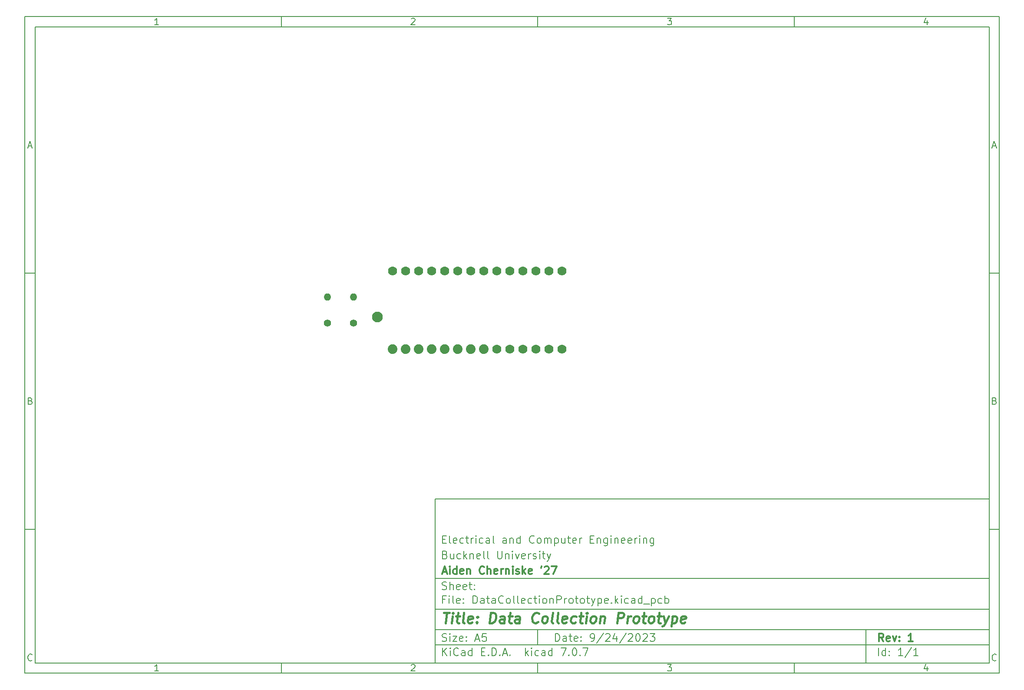
<source format=gbr>
%TF.GenerationSoftware,KiCad,Pcbnew,7.0.7*%
%TF.CreationDate,2023-09-27T12:08:52-04:00*%
%TF.ProjectId,DataCollectionPrototype,44617461-436f-46c6-9c65-6374696f6e50,1*%
%TF.SameCoordinates,Original*%
%TF.FileFunction,Soldermask,Top*%
%TF.FilePolarity,Negative*%
%FSLAX46Y46*%
G04 Gerber Fmt 4.6, Leading zero omitted, Abs format (unit mm)*
G04 Created by KiCad (PCBNEW 7.0.7) date 2023-09-27 12:08:52*
%MOMM*%
%LPD*%
G01*
G04 APERTURE LIST*
%ADD10C,0.100000*%
%ADD11C,0.150000*%
%ADD12C,0.300000*%
%ADD13C,0.400000*%
%ADD14C,2.100000*%
%ADD15C,1.400000*%
%ADD16O,1.400000X1.400000*%
%ADD17C,1.879600*%
%ADD18C,1.778000*%
G04 APERTURE END LIST*
D10*
D11*
X90007200Y-104005800D02*
X198007200Y-104005800D01*
X198007200Y-136005800D01*
X90007200Y-136005800D01*
X90007200Y-104005800D01*
D10*
D11*
X10000000Y-10000000D02*
X200007200Y-10000000D01*
X200007200Y-138005800D01*
X10000000Y-138005800D01*
X10000000Y-10000000D01*
D10*
D11*
X12000000Y-12000000D02*
X198007200Y-12000000D01*
X198007200Y-136005800D01*
X12000000Y-136005800D01*
X12000000Y-12000000D01*
D10*
D11*
X60000000Y-12000000D02*
X60000000Y-10000000D01*
D10*
D11*
X110000000Y-12000000D02*
X110000000Y-10000000D01*
D10*
D11*
X160000000Y-12000000D02*
X160000000Y-10000000D01*
D10*
D11*
X36089160Y-11593604D02*
X35346303Y-11593604D01*
X35717731Y-11593604D02*
X35717731Y-10293604D01*
X35717731Y-10293604D02*
X35593922Y-10479319D01*
X35593922Y-10479319D02*
X35470112Y-10603128D01*
X35470112Y-10603128D02*
X35346303Y-10665033D01*
D10*
D11*
X85346303Y-10417414D02*
X85408207Y-10355509D01*
X85408207Y-10355509D02*
X85532017Y-10293604D01*
X85532017Y-10293604D02*
X85841541Y-10293604D01*
X85841541Y-10293604D02*
X85965350Y-10355509D01*
X85965350Y-10355509D02*
X86027255Y-10417414D01*
X86027255Y-10417414D02*
X86089160Y-10541223D01*
X86089160Y-10541223D02*
X86089160Y-10665033D01*
X86089160Y-10665033D02*
X86027255Y-10850747D01*
X86027255Y-10850747D02*
X85284398Y-11593604D01*
X85284398Y-11593604D02*
X86089160Y-11593604D01*
D10*
D11*
X135284398Y-10293604D02*
X136089160Y-10293604D01*
X136089160Y-10293604D02*
X135655826Y-10788842D01*
X135655826Y-10788842D02*
X135841541Y-10788842D01*
X135841541Y-10788842D02*
X135965350Y-10850747D01*
X135965350Y-10850747D02*
X136027255Y-10912652D01*
X136027255Y-10912652D02*
X136089160Y-11036461D01*
X136089160Y-11036461D02*
X136089160Y-11345985D01*
X136089160Y-11345985D02*
X136027255Y-11469795D01*
X136027255Y-11469795D02*
X135965350Y-11531700D01*
X135965350Y-11531700D02*
X135841541Y-11593604D01*
X135841541Y-11593604D02*
X135470112Y-11593604D01*
X135470112Y-11593604D02*
X135346303Y-11531700D01*
X135346303Y-11531700D02*
X135284398Y-11469795D01*
D10*
D11*
X185965350Y-10726938D02*
X185965350Y-11593604D01*
X185655826Y-10231700D02*
X185346303Y-11160271D01*
X185346303Y-11160271D02*
X186151064Y-11160271D01*
D10*
D11*
X60000000Y-136005800D02*
X60000000Y-138005800D01*
D10*
D11*
X110000000Y-136005800D02*
X110000000Y-138005800D01*
D10*
D11*
X160000000Y-136005800D02*
X160000000Y-138005800D01*
D10*
D11*
X36089160Y-137599404D02*
X35346303Y-137599404D01*
X35717731Y-137599404D02*
X35717731Y-136299404D01*
X35717731Y-136299404D02*
X35593922Y-136485119D01*
X35593922Y-136485119D02*
X35470112Y-136608928D01*
X35470112Y-136608928D02*
X35346303Y-136670833D01*
D10*
D11*
X85346303Y-136423214D02*
X85408207Y-136361309D01*
X85408207Y-136361309D02*
X85532017Y-136299404D01*
X85532017Y-136299404D02*
X85841541Y-136299404D01*
X85841541Y-136299404D02*
X85965350Y-136361309D01*
X85965350Y-136361309D02*
X86027255Y-136423214D01*
X86027255Y-136423214D02*
X86089160Y-136547023D01*
X86089160Y-136547023D02*
X86089160Y-136670833D01*
X86089160Y-136670833D02*
X86027255Y-136856547D01*
X86027255Y-136856547D02*
X85284398Y-137599404D01*
X85284398Y-137599404D02*
X86089160Y-137599404D01*
D10*
D11*
X135284398Y-136299404D02*
X136089160Y-136299404D01*
X136089160Y-136299404D02*
X135655826Y-136794642D01*
X135655826Y-136794642D02*
X135841541Y-136794642D01*
X135841541Y-136794642D02*
X135965350Y-136856547D01*
X135965350Y-136856547D02*
X136027255Y-136918452D01*
X136027255Y-136918452D02*
X136089160Y-137042261D01*
X136089160Y-137042261D02*
X136089160Y-137351785D01*
X136089160Y-137351785D02*
X136027255Y-137475595D01*
X136027255Y-137475595D02*
X135965350Y-137537500D01*
X135965350Y-137537500D02*
X135841541Y-137599404D01*
X135841541Y-137599404D02*
X135470112Y-137599404D01*
X135470112Y-137599404D02*
X135346303Y-137537500D01*
X135346303Y-137537500D02*
X135284398Y-137475595D01*
D10*
D11*
X185965350Y-136732738D02*
X185965350Y-137599404D01*
X185655826Y-136237500D02*
X185346303Y-137166071D01*
X185346303Y-137166071D02*
X186151064Y-137166071D01*
D10*
D11*
X10000000Y-60000000D02*
X12000000Y-60000000D01*
D10*
D11*
X10000000Y-110000000D02*
X12000000Y-110000000D01*
D10*
D11*
X10690476Y-35222176D02*
X11309523Y-35222176D01*
X10566666Y-35593604D02*
X10999999Y-34293604D01*
X10999999Y-34293604D02*
X11433333Y-35593604D01*
D10*
D11*
X11092857Y-84912652D02*
X11278571Y-84974557D01*
X11278571Y-84974557D02*
X11340476Y-85036461D01*
X11340476Y-85036461D02*
X11402380Y-85160271D01*
X11402380Y-85160271D02*
X11402380Y-85345985D01*
X11402380Y-85345985D02*
X11340476Y-85469795D01*
X11340476Y-85469795D02*
X11278571Y-85531700D01*
X11278571Y-85531700D02*
X11154761Y-85593604D01*
X11154761Y-85593604D02*
X10659523Y-85593604D01*
X10659523Y-85593604D02*
X10659523Y-84293604D01*
X10659523Y-84293604D02*
X11092857Y-84293604D01*
X11092857Y-84293604D02*
X11216666Y-84355509D01*
X11216666Y-84355509D02*
X11278571Y-84417414D01*
X11278571Y-84417414D02*
X11340476Y-84541223D01*
X11340476Y-84541223D02*
X11340476Y-84665033D01*
X11340476Y-84665033D02*
X11278571Y-84788842D01*
X11278571Y-84788842D02*
X11216666Y-84850747D01*
X11216666Y-84850747D02*
X11092857Y-84912652D01*
X11092857Y-84912652D02*
X10659523Y-84912652D01*
D10*
D11*
X11402380Y-135469795D02*
X11340476Y-135531700D01*
X11340476Y-135531700D02*
X11154761Y-135593604D01*
X11154761Y-135593604D02*
X11030952Y-135593604D01*
X11030952Y-135593604D02*
X10845238Y-135531700D01*
X10845238Y-135531700D02*
X10721428Y-135407890D01*
X10721428Y-135407890D02*
X10659523Y-135284080D01*
X10659523Y-135284080D02*
X10597619Y-135036461D01*
X10597619Y-135036461D02*
X10597619Y-134850747D01*
X10597619Y-134850747D02*
X10659523Y-134603128D01*
X10659523Y-134603128D02*
X10721428Y-134479319D01*
X10721428Y-134479319D02*
X10845238Y-134355509D01*
X10845238Y-134355509D02*
X11030952Y-134293604D01*
X11030952Y-134293604D02*
X11154761Y-134293604D01*
X11154761Y-134293604D02*
X11340476Y-134355509D01*
X11340476Y-134355509D02*
X11402380Y-134417414D01*
D10*
D11*
X200007200Y-60000000D02*
X198007200Y-60000000D01*
D10*
D11*
X200007200Y-110000000D02*
X198007200Y-110000000D01*
D10*
D11*
X198697676Y-35222176D02*
X199316723Y-35222176D01*
X198573866Y-35593604D02*
X199007199Y-34293604D01*
X199007199Y-34293604D02*
X199440533Y-35593604D01*
D10*
D11*
X199100057Y-84912652D02*
X199285771Y-84974557D01*
X199285771Y-84974557D02*
X199347676Y-85036461D01*
X199347676Y-85036461D02*
X199409580Y-85160271D01*
X199409580Y-85160271D02*
X199409580Y-85345985D01*
X199409580Y-85345985D02*
X199347676Y-85469795D01*
X199347676Y-85469795D02*
X199285771Y-85531700D01*
X199285771Y-85531700D02*
X199161961Y-85593604D01*
X199161961Y-85593604D02*
X198666723Y-85593604D01*
X198666723Y-85593604D02*
X198666723Y-84293604D01*
X198666723Y-84293604D02*
X199100057Y-84293604D01*
X199100057Y-84293604D02*
X199223866Y-84355509D01*
X199223866Y-84355509D02*
X199285771Y-84417414D01*
X199285771Y-84417414D02*
X199347676Y-84541223D01*
X199347676Y-84541223D02*
X199347676Y-84665033D01*
X199347676Y-84665033D02*
X199285771Y-84788842D01*
X199285771Y-84788842D02*
X199223866Y-84850747D01*
X199223866Y-84850747D02*
X199100057Y-84912652D01*
X199100057Y-84912652D02*
X198666723Y-84912652D01*
D10*
D11*
X199409580Y-135469795D02*
X199347676Y-135531700D01*
X199347676Y-135531700D02*
X199161961Y-135593604D01*
X199161961Y-135593604D02*
X199038152Y-135593604D01*
X199038152Y-135593604D02*
X198852438Y-135531700D01*
X198852438Y-135531700D02*
X198728628Y-135407890D01*
X198728628Y-135407890D02*
X198666723Y-135284080D01*
X198666723Y-135284080D02*
X198604819Y-135036461D01*
X198604819Y-135036461D02*
X198604819Y-134850747D01*
X198604819Y-134850747D02*
X198666723Y-134603128D01*
X198666723Y-134603128D02*
X198728628Y-134479319D01*
X198728628Y-134479319D02*
X198852438Y-134355509D01*
X198852438Y-134355509D02*
X199038152Y-134293604D01*
X199038152Y-134293604D02*
X199161961Y-134293604D01*
X199161961Y-134293604D02*
X199347676Y-134355509D01*
X199347676Y-134355509D02*
X199409580Y-134417414D01*
D10*
D11*
X113463026Y-131791928D02*
X113463026Y-130291928D01*
X113463026Y-130291928D02*
X113820169Y-130291928D01*
X113820169Y-130291928D02*
X114034455Y-130363357D01*
X114034455Y-130363357D02*
X114177312Y-130506214D01*
X114177312Y-130506214D02*
X114248741Y-130649071D01*
X114248741Y-130649071D02*
X114320169Y-130934785D01*
X114320169Y-130934785D02*
X114320169Y-131149071D01*
X114320169Y-131149071D02*
X114248741Y-131434785D01*
X114248741Y-131434785D02*
X114177312Y-131577642D01*
X114177312Y-131577642D02*
X114034455Y-131720500D01*
X114034455Y-131720500D02*
X113820169Y-131791928D01*
X113820169Y-131791928D02*
X113463026Y-131791928D01*
X115605884Y-131791928D02*
X115605884Y-131006214D01*
X115605884Y-131006214D02*
X115534455Y-130863357D01*
X115534455Y-130863357D02*
X115391598Y-130791928D01*
X115391598Y-130791928D02*
X115105884Y-130791928D01*
X115105884Y-130791928D02*
X114963026Y-130863357D01*
X115605884Y-131720500D02*
X115463026Y-131791928D01*
X115463026Y-131791928D02*
X115105884Y-131791928D01*
X115105884Y-131791928D02*
X114963026Y-131720500D01*
X114963026Y-131720500D02*
X114891598Y-131577642D01*
X114891598Y-131577642D02*
X114891598Y-131434785D01*
X114891598Y-131434785D02*
X114963026Y-131291928D01*
X114963026Y-131291928D02*
X115105884Y-131220500D01*
X115105884Y-131220500D02*
X115463026Y-131220500D01*
X115463026Y-131220500D02*
X115605884Y-131149071D01*
X116105884Y-130791928D02*
X116677312Y-130791928D01*
X116320169Y-130291928D02*
X116320169Y-131577642D01*
X116320169Y-131577642D02*
X116391598Y-131720500D01*
X116391598Y-131720500D02*
X116534455Y-131791928D01*
X116534455Y-131791928D02*
X116677312Y-131791928D01*
X117748741Y-131720500D02*
X117605884Y-131791928D01*
X117605884Y-131791928D02*
X117320170Y-131791928D01*
X117320170Y-131791928D02*
X117177312Y-131720500D01*
X117177312Y-131720500D02*
X117105884Y-131577642D01*
X117105884Y-131577642D02*
X117105884Y-131006214D01*
X117105884Y-131006214D02*
X117177312Y-130863357D01*
X117177312Y-130863357D02*
X117320170Y-130791928D01*
X117320170Y-130791928D02*
X117605884Y-130791928D01*
X117605884Y-130791928D02*
X117748741Y-130863357D01*
X117748741Y-130863357D02*
X117820170Y-131006214D01*
X117820170Y-131006214D02*
X117820170Y-131149071D01*
X117820170Y-131149071D02*
X117105884Y-131291928D01*
X118463026Y-131649071D02*
X118534455Y-131720500D01*
X118534455Y-131720500D02*
X118463026Y-131791928D01*
X118463026Y-131791928D02*
X118391598Y-131720500D01*
X118391598Y-131720500D02*
X118463026Y-131649071D01*
X118463026Y-131649071D02*
X118463026Y-131791928D01*
X118463026Y-130863357D02*
X118534455Y-130934785D01*
X118534455Y-130934785D02*
X118463026Y-131006214D01*
X118463026Y-131006214D02*
X118391598Y-130934785D01*
X118391598Y-130934785D02*
X118463026Y-130863357D01*
X118463026Y-130863357D02*
X118463026Y-131006214D01*
X120391598Y-131791928D02*
X120677312Y-131791928D01*
X120677312Y-131791928D02*
X120820169Y-131720500D01*
X120820169Y-131720500D02*
X120891598Y-131649071D01*
X120891598Y-131649071D02*
X121034455Y-131434785D01*
X121034455Y-131434785D02*
X121105884Y-131149071D01*
X121105884Y-131149071D02*
X121105884Y-130577642D01*
X121105884Y-130577642D02*
X121034455Y-130434785D01*
X121034455Y-130434785D02*
X120963027Y-130363357D01*
X120963027Y-130363357D02*
X120820169Y-130291928D01*
X120820169Y-130291928D02*
X120534455Y-130291928D01*
X120534455Y-130291928D02*
X120391598Y-130363357D01*
X120391598Y-130363357D02*
X120320169Y-130434785D01*
X120320169Y-130434785D02*
X120248741Y-130577642D01*
X120248741Y-130577642D02*
X120248741Y-130934785D01*
X120248741Y-130934785D02*
X120320169Y-131077642D01*
X120320169Y-131077642D02*
X120391598Y-131149071D01*
X120391598Y-131149071D02*
X120534455Y-131220500D01*
X120534455Y-131220500D02*
X120820169Y-131220500D01*
X120820169Y-131220500D02*
X120963027Y-131149071D01*
X120963027Y-131149071D02*
X121034455Y-131077642D01*
X121034455Y-131077642D02*
X121105884Y-130934785D01*
X122820169Y-130220500D02*
X121534455Y-132149071D01*
X123248741Y-130434785D02*
X123320169Y-130363357D01*
X123320169Y-130363357D02*
X123463027Y-130291928D01*
X123463027Y-130291928D02*
X123820169Y-130291928D01*
X123820169Y-130291928D02*
X123963027Y-130363357D01*
X123963027Y-130363357D02*
X124034455Y-130434785D01*
X124034455Y-130434785D02*
X124105884Y-130577642D01*
X124105884Y-130577642D02*
X124105884Y-130720500D01*
X124105884Y-130720500D02*
X124034455Y-130934785D01*
X124034455Y-130934785D02*
X123177312Y-131791928D01*
X123177312Y-131791928D02*
X124105884Y-131791928D01*
X125391598Y-130791928D02*
X125391598Y-131791928D01*
X125034455Y-130220500D02*
X124677312Y-131291928D01*
X124677312Y-131291928D02*
X125605883Y-131291928D01*
X127248740Y-130220500D02*
X125963026Y-132149071D01*
X127677312Y-130434785D02*
X127748740Y-130363357D01*
X127748740Y-130363357D02*
X127891598Y-130291928D01*
X127891598Y-130291928D02*
X128248740Y-130291928D01*
X128248740Y-130291928D02*
X128391598Y-130363357D01*
X128391598Y-130363357D02*
X128463026Y-130434785D01*
X128463026Y-130434785D02*
X128534455Y-130577642D01*
X128534455Y-130577642D02*
X128534455Y-130720500D01*
X128534455Y-130720500D02*
X128463026Y-130934785D01*
X128463026Y-130934785D02*
X127605883Y-131791928D01*
X127605883Y-131791928D02*
X128534455Y-131791928D01*
X129463026Y-130291928D02*
X129605883Y-130291928D01*
X129605883Y-130291928D02*
X129748740Y-130363357D01*
X129748740Y-130363357D02*
X129820169Y-130434785D01*
X129820169Y-130434785D02*
X129891597Y-130577642D01*
X129891597Y-130577642D02*
X129963026Y-130863357D01*
X129963026Y-130863357D02*
X129963026Y-131220500D01*
X129963026Y-131220500D02*
X129891597Y-131506214D01*
X129891597Y-131506214D02*
X129820169Y-131649071D01*
X129820169Y-131649071D02*
X129748740Y-131720500D01*
X129748740Y-131720500D02*
X129605883Y-131791928D01*
X129605883Y-131791928D02*
X129463026Y-131791928D01*
X129463026Y-131791928D02*
X129320169Y-131720500D01*
X129320169Y-131720500D02*
X129248740Y-131649071D01*
X129248740Y-131649071D02*
X129177311Y-131506214D01*
X129177311Y-131506214D02*
X129105883Y-131220500D01*
X129105883Y-131220500D02*
X129105883Y-130863357D01*
X129105883Y-130863357D02*
X129177311Y-130577642D01*
X129177311Y-130577642D02*
X129248740Y-130434785D01*
X129248740Y-130434785D02*
X129320169Y-130363357D01*
X129320169Y-130363357D02*
X129463026Y-130291928D01*
X130534454Y-130434785D02*
X130605882Y-130363357D01*
X130605882Y-130363357D02*
X130748740Y-130291928D01*
X130748740Y-130291928D02*
X131105882Y-130291928D01*
X131105882Y-130291928D02*
X131248740Y-130363357D01*
X131248740Y-130363357D02*
X131320168Y-130434785D01*
X131320168Y-130434785D02*
X131391597Y-130577642D01*
X131391597Y-130577642D02*
X131391597Y-130720500D01*
X131391597Y-130720500D02*
X131320168Y-130934785D01*
X131320168Y-130934785D02*
X130463025Y-131791928D01*
X130463025Y-131791928D02*
X131391597Y-131791928D01*
X131891596Y-130291928D02*
X132820168Y-130291928D01*
X132820168Y-130291928D02*
X132320168Y-130863357D01*
X132320168Y-130863357D02*
X132534453Y-130863357D01*
X132534453Y-130863357D02*
X132677311Y-130934785D01*
X132677311Y-130934785D02*
X132748739Y-131006214D01*
X132748739Y-131006214D02*
X132820168Y-131149071D01*
X132820168Y-131149071D02*
X132820168Y-131506214D01*
X132820168Y-131506214D02*
X132748739Y-131649071D01*
X132748739Y-131649071D02*
X132677311Y-131720500D01*
X132677311Y-131720500D02*
X132534453Y-131791928D01*
X132534453Y-131791928D02*
X132105882Y-131791928D01*
X132105882Y-131791928D02*
X131963025Y-131720500D01*
X131963025Y-131720500D02*
X131891596Y-131649071D01*
D10*
D11*
X90007200Y-132505800D02*
X198007200Y-132505800D01*
D10*
D11*
X91463026Y-134591928D02*
X91463026Y-133091928D01*
X92320169Y-134591928D02*
X91677312Y-133734785D01*
X92320169Y-133091928D02*
X91463026Y-133949071D01*
X92963026Y-134591928D02*
X92963026Y-133591928D01*
X92963026Y-133091928D02*
X92891598Y-133163357D01*
X92891598Y-133163357D02*
X92963026Y-133234785D01*
X92963026Y-133234785D02*
X93034455Y-133163357D01*
X93034455Y-133163357D02*
X92963026Y-133091928D01*
X92963026Y-133091928D02*
X92963026Y-133234785D01*
X94534455Y-134449071D02*
X94463027Y-134520500D01*
X94463027Y-134520500D02*
X94248741Y-134591928D01*
X94248741Y-134591928D02*
X94105884Y-134591928D01*
X94105884Y-134591928D02*
X93891598Y-134520500D01*
X93891598Y-134520500D02*
X93748741Y-134377642D01*
X93748741Y-134377642D02*
X93677312Y-134234785D01*
X93677312Y-134234785D02*
X93605884Y-133949071D01*
X93605884Y-133949071D02*
X93605884Y-133734785D01*
X93605884Y-133734785D02*
X93677312Y-133449071D01*
X93677312Y-133449071D02*
X93748741Y-133306214D01*
X93748741Y-133306214D02*
X93891598Y-133163357D01*
X93891598Y-133163357D02*
X94105884Y-133091928D01*
X94105884Y-133091928D02*
X94248741Y-133091928D01*
X94248741Y-133091928D02*
X94463027Y-133163357D01*
X94463027Y-133163357D02*
X94534455Y-133234785D01*
X95820170Y-134591928D02*
X95820170Y-133806214D01*
X95820170Y-133806214D02*
X95748741Y-133663357D01*
X95748741Y-133663357D02*
X95605884Y-133591928D01*
X95605884Y-133591928D02*
X95320170Y-133591928D01*
X95320170Y-133591928D02*
X95177312Y-133663357D01*
X95820170Y-134520500D02*
X95677312Y-134591928D01*
X95677312Y-134591928D02*
X95320170Y-134591928D01*
X95320170Y-134591928D02*
X95177312Y-134520500D01*
X95177312Y-134520500D02*
X95105884Y-134377642D01*
X95105884Y-134377642D02*
X95105884Y-134234785D01*
X95105884Y-134234785D02*
X95177312Y-134091928D01*
X95177312Y-134091928D02*
X95320170Y-134020500D01*
X95320170Y-134020500D02*
X95677312Y-134020500D01*
X95677312Y-134020500D02*
X95820170Y-133949071D01*
X97177313Y-134591928D02*
X97177313Y-133091928D01*
X97177313Y-134520500D02*
X97034455Y-134591928D01*
X97034455Y-134591928D02*
X96748741Y-134591928D01*
X96748741Y-134591928D02*
X96605884Y-134520500D01*
X96605884Y-134520500D02*
X96534455Y-134449071D01*
X96534455Y-134449071D02*
X96463027Y-134306214D01*
X96463027Y-134306214D02*
X96463027Y-133877642D01*
X96463027Y-133877642D02*
X96534455Y-133734785D01*
X96534455Y-133734785D02*
X96605884Y-133663357D01*
X96605884Y-133663357D02*
X96748741Y-133591928D01*
X96748741Y-133591928D02*
X97034455Y-133591928D01*
X97034455Y-133591928D02*
X97177313Y-133663357D01*
X99034455Y-133806214D02*
X99534455Y-133806214D01*
X99748741Y-134591928D02*
X99034455Y-134591928D01*
X99034455Y-134591928D02*
X99034455Y-133091928D01*
X99034455Y-133091928D02*
X99748741Y-133091928D01*
X100391598Y-134449071D02*
X100463027Y-134520500D01*
X100463027Y-134520500D02*
X100391598Y-134591928D01*
X100391598Y-134591928D02*
X100320170Y-134520500D01*
X100320170Y-134520500D02*
X100391598Y-134449071D01*
X100391598Y-134449071D02*
X100391598Y-134591928D01*
X101105884Y-134591928D02*
X101105884Y-133091928D01*
X101105884Y-133091928D02*
X101463027Y-133091928D01*
X101463027Y-133091928D02*
X101677313Y-133163357D01*
X101677313Y-133163357D02*
X101820170Y-133306214D01*
X101820170Y-133306214D02*
X101891599Y-133449071D01*
X101891599Y-133449071D02*
X101963027Y-133734785D01*
X101963027Y-133734785D02*
X101963027Y-133949071D01*
X101963027Y-133949071D02*
X101891599Y-134234785D01*
X101891599Y-134234785D02*
X101820170Y-134377642D01*
X101820170Y-134377642D02*
X101677313Y-134520500D01*
X101677313Y-134520500D02*
X101463027Y-134591928D01*
X101463027Y-134591928D02*
X101105884Y-134591928D01*
X102605884Y-134449071D02*
X102677313Y-134520500D01*
X102677313Y-134520500D02*
X102605884Y-134591928D01*
X102605884Y-134591928D02*
X102534456Y-134520500D01*
X102534456Y-134520500D02*
X102605884Y-134449071D01*
X102605884Y-134449071D02*
X102605884Y-134591928D01*
X103248742Y-134163357D02*
X103963028Y-134163357D01*
X103105885Y-134591928D02*
X103605885Y-133091928D01*
X103605885Y-133091928D02*
X104105885Y-134591928D01*
X104605884Y-134449071D02*
X104677313Y-134520500D01*
X104677313Y-134520500D02*
X104605884Y-134591928D01*
X104605884Y-134591928D02*
X104534456Y-134520500D01*
X104534456Y-134520500D02*
X104605884Y-134449071D01*
X104605884Y-134449071D02*
X104605884Y-134591928D01*
X107605884Y-134591928D02*
X107605884Y-133091928D01*
X107748742Y-134020500D02*
X108177313Y-134591928D01*
X108177313Y-133591928D02*
X107605884Y-134163357D01*
X108820170Y-134591928D02*
X108820170Y-133591928D01*
X108820170Y-133091928D02*
X108748742Y-133163357D01*
X108748742Y-133163357D02*
X108820170Y-133234785D01*
X108820170Y-133234785D02*
X108891599Y-133163357D01*
X108891599Y-133163357D02*
X108820170Y-133091928D01*
X108820170Y-133091928D02*
X108820170Y-133234785D01*
X110177314Y-134520500D02*
X110034456Y-134591928D01*
X110034456Y-134591928D02*
X109748742Y-134591928D01*
X109748742Y-134591928D02*
X109605885Y-134520500D01*
X109605885Y-134520500D02*
X109534456Y-134449071D01*
X109534456Y-134449071D02*
X109463028Y-134306214D01*
X109463028Y-134306214D02*
X109463028Y-133877642D01*
X109463028Y-133877642D02*
X109534456Y-133734785D01*
X109534456Y-133734785D02*
X109605885Y-133663357D01*
X109605885Y-133663357D02*
X109748742Y-133591928D01*
X109748742Y-133591928D02*
X110034456Y-133591928D01*
X110034456Y-133591928D02*
X110177314Y-133663357D01*
X111463028Y-134591928D02*
X111463028Y-133806214D01*
X111463028Y-133806214D02*
X111391599Y-133663357D01*
X111391599Y-133663357D02*
X111248742Y-133591928D01*
X111248742Y-133591928D02*
X110963028Y-133591928D01*
X110963028Y-133591928D02*
X110820170Y-133663357D01*
X111463028Y-134520500D02*
X111320170Y-134591928D01*
X111320170Y-134591928D02*
X110963028Y-134591928D01*
X110963028Y-134591928D02*
X110820170Y-134520500D01*
X110820170Y-134520500D02*
X110748742Y-134377642D01*
X110748742Y-134377642D02*
X110748742Y-134234785D01*
X110748742Y-134234785D02*
X110820170Y-134091928D01*
X110820170Y-134091928D02*
X110963028Y-134020500D01*
X110963028Y-134020500D02*
X111320170Y-134020500D01*
X111320170Y-134020500D02*
X111463028Y-133949071D01*
X112820171Y-134591928D02*
X112820171Y-133091928D01*
X112820171Y-134520500D02*
X112677313Y-134591928D01*
X112677313Y-134591928D02*
X112391599Y-134591928D01*
X112391599Y-134591928D02*
X112248742Y-134520500D01*
X112248742Y-134520500D02*
X112177313Y-134449071D01*
X112177313Y-134449071D02*
X112105885Y-134306214D01*
X112105885Y-134306214D02*
X112105885Y-133877642D01*
X112105885Y-133877642D02*
X112177313Y-133734785D01*
X112177313Y-133734785D02*
X112248742Y-133663357D01*
X112248742Y-133663357D02*
X112391599Y-133591928D01*
X112391599Y-133591928D02*
X112677313Y-133591928D01*
X112677313Y-133591928D02*
X112820171Y-133663357D01*
X114534456Y-133091928D02*
X115534456Y-133091928D01*
X115534456Y-133091928D02*
X114891599Y-134591928D01*
X116105884Y-134449071D02*
X116177313Y-134520500D01*
X116177313Y-134520500D02*
X116105884Y-134591928D01*
X116105884Y-134591928D02*
X116034456Y-134520500D01*
X116034456Y-134520500D02*
X116105884Y-134449071D01*
X116105884Y-134449071D02*
X116105884Y-134591928D01*
X117105885Y-133091928D02*
X117248742Y-133091928D01*
X117248742Y-133091928D02*
X117391599Y-133163357D01*
X117391599Y-133163357D02*
X117463028Y-133234785D01*
X117463028Y-133234785D02*
X117534456Y-133377642D01*
X117534456Y-133377642D02*
X117605885Y-133663357D01*
X117605885Y-133663357D02*
X117605885Y-134020500D01*
X117605885Y-134020500D02*
X117534456Y-134306214D01*
X117534456Y-134306214D02*
X117463028Y-134449071D01*
X117463028Y-134449071D02*
X117391599Y-134520500D01*
X117391599Y-134520500D02*
X117248742Y-134591928D01*
X117248742Y-134591928D02*
X117105885Y-134591928D01*
X117105885Y-134591928D02*
X116963028Y-134520500D01*
X116963028Y-134520500D02*
X116891599Y-134449071D01*
X116891599Y-134449071D02*
X116820170Y-134306214D01*
X116820170Y-134306214D02*
X116748742Y-134020500D01*
X116748742Y-134020500D02*
X116748742Y-133663357D01*
X116748742Y-133663357D02*
X116820170Y-133377642D01*
X116820170Y-133377642D02*
X116891599Y-133234785D01*
X116891599Y-133234785D02*
X116963028Y-133163357D01*
X116963028Y-133163357D02*
X117105885Y-133091928D01*
X118248741Y-134449071D02*
X118320170Y-134520500D01*
X118320170Y-134520500D02*
X118248741Y-134591928D01*
X118248741Y-134591928D02*
X118177313Y-134520500D01*
X118177313Y-134520500D02*
X118248741Y-134449071D01*
X118248741Y-134449071D02*
X118248741Y-134591928D01*
X118820170Y-133091928D02*
X119820170Y-133091928D01*
X119820170Y-133091928D02*
X119177313Y-134591928D01*
D10*
D11*
X90007200Y-129505800D02*
X198007200Y-129505800D01*
D10*
D12*
X177418853Y-131784128D02*
X176918853Y-131069842D01*
X176561710Y-131784128D02*
X176561710Y-130284128D01*
X176561710Y-130284128D02*
X177133139Y-130284128D01*
X177133139Y-130284128D02*
X177275996Y-130355557D01*
X177275996Y-130355557D02*
X177347425Y-130426985D01*
X177347425Y-130426985D02*
X177418853Y-130569842D01*
X177418853Y-130569842D02*
X177418853Y-130784128D01*
X177418853Y-130784128D02*
X177347425Y-130926985D01*
X177347425Y-130926985D02*
X177275996Y-130998414D01*
X177275996Y-130998414D02*
X177133139Y-131069842D01*
X177133139Y-131069842D02*
X176561710Y-131069842D01*
X178633139Y-131712700D02*
X178490282Y-131784128D01*
X178490282Y-131784128D02*
X178204568Y-131784128D01*
X178204568Y-131784128D02*
X178061710Y-131712700D01*
X178061710Y-131712700D02*
X177990282Y-131569842D01*
X177990282Y-131569842D02*
X177990282Y-130998414D01*
X177990282Y-130998414D02*
X178061710Y-130855557D01*
X178061710Y-130855557D02*
X178204568Y-130784128D01*
X178204568Y-130784128D02*
X178490282Y-130784128D01*
X178490282Y-130784128D02*
X178633139Y-130855557D01*
X178633139Y-130855557D02*
X178704568Y-130998414D01*
X178704568Y-130998414D02*
X178704568Y-131141271D01*
X178704568Y-131141271D02*
X177990282Y-131284128D01*
X179204567Y-130784128D02*
X179561710Y-131784128D01*
X179561710Y-131784128D02*
X179918853Y-130784128D01*
X180490281Y-131641271D02*
X180561710Y-131712700D01*
X180561710Y-131712700D02*
X180490281Y-131784128D01*
X180490281Y-131784128D02*
X180418853Y-131712700D01*
X180418853Y-131712700D02*
X180490281Y-131641271D01*
X180490281Y-131641271D02*
X180490281Y-131784128D01*
X180490281Y-130855557D02*
X180561710Y-130926985D01*
X180561710Y-130926985D02*
X180490281Y-130998414D01*
X180490281Y-130998414D02*
X180418853Y-130926985D01*
X180418853Y-130926985D02*
X180490281Y-130855557D01*
X180490281Y-130855557D02*
X180490281Y-130998414D01*
X183133139Y-131784128D02*
X182275996Y-131784128D01*
X182704567Y-131784128D02*
X182704567Y-130284128D01*
X182704567Y-130284128D02*
X182561710Y-130498414D01*
X182561710Y-130498414D02*
X182418853Y-130641271D01*
X182418853Y-130641271D02*
X182275996Y-130712700D01*
D10*
D11*
X91391598Y-131720500D02*
X91605884Y-131791928D01*
X91605884Y-131791928D02*
X91963026Y-131791928D01*
X91963026Y-131791928D02*
X92105884Y-131720500D01*
X92105884Y-131720500D02*
X92177312Y-131649071D01*
X92177312Y-131649071D02*
X92248741Y-131506214D01*
X92248741Y-131506214D02*
X92248741Y-131363357D01*
X92248741Y-131363357D02*
X92177312Y-131220500D01*
X92177312Y-131220500D02*
X92105884Y-131149071D01*
X92105884Y-131149071D02*
X91963026Y-131077642D01*
X91963026Y-131077642D02*
X91677312Y-131006214D01*
X91677312Y-131006214D02*
X91534455Y-130934785D01*
X91534455Y-130934785D02*
X91463026Y-130863357D01*
X91463026Y-130863357D02*
X91391598Y-130720500D01*
X91391598Y-130720500D02*
X91391598Y-130577642D01*
X91391598Y-130577642D02*
X91463026Y-130434785D01*
X91463026Y-130434785D02*
X91534455Y-130363357D01*
X91534455Y-130363357D02*
X91677312Y-130291928D01*
X91677312Y-130291928D02*
X92034455Y-130291928D01*
X92034455Y-130291928D02*
X92248741Y-130363357D01*
X92891597Y-131791928D02*
X92891597Y-130791928D01*
X92891597Y-130291928D02*
X92820169Y-130363357D01*
X92820169Y-130363357D02*
X92891597Y-130434785D01*
X92891597Y-130434785D02*
X92963026Y-130363357D01*
X92963026Y-130363357D02*
X92891597Y-130291928D01*
X92891597Y-130291928D02*
X92891597Y-130434785D01*
X93463026Y-130791928D02*
X94248741Y-130791928D01*
X94248741Y-130791928D02*
X93463026Y-131791928D01*
X93463026Y-131791928D02*
X94248741Y-131791928D01*
X95391598Y-131720500D02*
X95248741Y-131791928D01*
X95248741Y-131791928D02*
X94963027Y-131791928D01*
X94963027Y-131791928D02*
X94820169Y-131720500D01*
X94820169Y-131720500D02*
X94748741Y-131577642D01*
X94748741Y-131577642D02*
X94748741Y-131006214D01*
X94748741Y-131006214D02*
X94820169Y-130863357D01*
X94820169Y-130863357D02*
X94963027Y-130791928D01*
X94963027Y-130791928D02*
X95248741Y-130791928D01*
X95248741Y-130791928D02*
X95391598Y-130863357D01*
X95391598Y-130863357D02*
X95463027Y-131006214D01*
X95463027Y-131006214D02*
X95463027Y-131149071D01*
X95463027Y-131149071D02*
X94748741Y-131291928D01*
X96105883Y-131649071D02*
X96177312Y-131720500D01*
X96177312Y-131720500D02*
X96105883Y-131791928D01*
X96105883Y-131791928D02*
X96034455Y-131720500D01*
X96034455Y-131720500D02*
X96105883Y-131649071D01*
X96105883Y-131649071D02*
X96105883Y-131791928D01*
X96105883Y-130863357D02*
X96177312Y-130934785D01*
X96177312Y-130934785D02*
X96105883Y-131006214D01*
X96105883Y-131006214D02*
X96034455Y-130934785D01*
X96034455Y-130934785D02*
X96105883Y-130863357D01*
X96105883Y-130863357D02*
X96105883Y-131006214D01*
X97891598Y-131363357D02*
X98605884Y-131363357D01*
X97748741Y-131791928D02*
X98248741Y-130291928D01*
X98248741Y-130291928D02*
X98748741Y-131791928D01*
X99963026Y-130291928D02*
X99248740Y-130291928D01*
X99248740Y-130291928D02*
X99177312Y-131006214D01*
X99177312Y-131006214D02*
X99248740Y-130934785D01*
X99248740Y-130934785D02*
X99391598Y-130863357D01*
X99391598Y-130863357D02*
X99748740Y-130863357D01*
X99748740Y-130863357D02*
X99891598Y-130934785D01*
X99891598Y-130934785D02*
X99963026Y-131006214D01*
X99963026Y-131006214D02*
X100034455Y-131149071D01*
X100034455Y-131149071D02*
X100034455Y-131506214D01*
X100034455Y-131506214D02*
X99963026Y-131649071D01*
X99963026Y-131649071D02*
X99891598Y-131720500D01*
X99891598Y-131720500D02*
X99748740Y-131791928D01*
X99748740Y-131791928D02*
X99391598Y-131791928D01*
X99391598Y-131791928D02*
X99248740Y-131720500D01*
X99248740Y-131720500D02*
X99177312Y-131649071D01*
D10*
D11*
X176463026Y-134591928D02*
X176463026Y-133091928D01*
X177820170Y-134591928D02*
X177820170Y-133091928D01*
X177820170Y-134520500D02*
X177677312Y-134591928D01*
X177677312Y-134591928D02*
X177391598Y-134591928D01*
X177391598Y-134591928D02*
X177248741Y-134520500D01*
X177248741Y-134520500D02*
X177177312Y-134449071D01*
X177177312Y-134449071D02*
X177105884Y-134306214D01*
X177105884Y-134306214D02*
X177105884Y-133877642D01*
X177105884Y-133877642D02*
X177177312Y-133734785D01*
X177177312Y-133734785D02*
X177248741Y-133663357D01*
X177248741Y-133663357D02*
X177391598Y-133591928D01*
X177391598Y-133591928D02*
X177677312Y-133591928D01*
X177677312Y-133591928D02*
X177820170Y-133663357D01*
X178534455Y-134449071D02*
X178605884Y-134520500D01*
X178605884Y-134520500D02*
X178534455Y-134591928D01*
X178534455Y-134591928D02*
X178463027Y-134520500D01*
X178463027Y-134520500D02*
X178534455Y-134449071D01*
X178534455Y-134449071D02*
X178534455Y-134591928D01*
X178534455Y-133663357D02*
X178605884Y-133734785D01*
X178605884Y-133734785D02*
X178534455Y-133806214D01*
X178534455Y-133806214D02*
X178463027Y-133734785D01*
X178463027Y-133734785D02*
X178534455Y-133663357D01*
X178534455Y-133663357D02*
X178534455Y-133806214D01*
X181177313Y-134591928D02*
X180320170Y-134591928D01*
X180748741Y-134591928D02*
X180748741Y-133091928D01*
X180748741Y-133091928D02*
X180605884Y-133306214D01*
X180605884Y-133306214D02*
X180463027Y-133449071D01*
X180463027Y-133449071D02*
X180320170Y-133520500D01*
X182891598Y-133020500D02*
X181605884Y-134949071D01*
X184177313Y-134591928D02*
X183320170Y-134591928D01*
X183748741Y-134591928D02*
X183748741Y-133091928D01*
X183748741Y-133091928D02*
X183605884Y-133306214D01*
X183605884Y-133306214D02*
X183463027Y-133449071D01*
X183463027Y-133449071D02*
X183320170Y-133520500D01*
D10*
D11*
X90007200Y-125505800D02*
X198007200Y-125505800D01*
D10*
D13*
X91698928Y-126210238D02*
X92841785Y-126210238D01*
X92020357Y-128210238D02*
X92270357Y-126210238D01*
X93258452Y-128210238D02*
X93425119Y-126876904D01*
X93508452Y-126210238D02*
X93401309Y-126305476D01*
X93401309Y-126305476D02*
X93484643Y-126400714D01*
X93484643Y-126400714D02*
X93591786Y-126305476D01*
X93591786Y-126305476D02*
X93508452Y-126210238D01*
X93508452Y-126210238D02*
X93484643Y-126400714D01*
X94091786Y-126876904D02*
X94853690Y-126876904D01*
X94460833Y-126210238D02*
X94246548Y-127924523D01*
X94246548Y-127924523D02*
X94317976Y-128115000D01*
X94317976Y-128115000D02*
X94496548Y-128210238D01*
X94496548Y-128210238D02*
X94687024Y-128210238D01*
X95639405Y-128210238D02*
X95460833Y-128115000D01*
X95460833Y-128115000D02*
X95389405Y-127924523D01*
X95389405Y-127924523D02*
X95603690Y-126210238D01*
X97175119Y-128115000D02*
X96972738Y-128210238D01*
X96972738Y-128210238D02*
X96591785Y-128210238D01*
X96591785Y-128210238D02*
X96413214Y-128115000D01*
X96413214Y-128115000D02*
X96341785Y-127924523D01*
X96341785Y-127924523D02*
X96437024Y-127162619D01*
X96437024Y-127162619D02*
X96556071Y-126972142D01*
X96556071Y-126972142D02*
X96758452Y-126876904D01*
X96758452Y-126876904D02*
X97139404Y-126876904D01*
X97139404Y-126876904D02*
X97317976Y-126972142D01*
X97317976Y-126972142D02*
X97389404Y-127162619D01*
X97389404Y-127162619D02*
X97365595Y-127353095D01*
X97365595Y-127353095D02*
X96389404Y-127543571D01*
X98139405Y-128019761D02*
X98222738Y-128115000D01*
X98222738Y-128115000D02*
X98115595Y-128210238D01*
X98115595Y-128210238D02*
X98032262Y-128115000D01*
X98032262Y-128115000D02*
X98139405Y-128019761D01*
X98139405Y-128019761D02*
X98115595Y-128210238D01*
X98270357Y-126972142D02*
X98353690Y-127067380D01*
X98353690Y-127067380D02*
X98246548Y-127162619D01*
X98246548Y-127162619D02*
X98163214Y-127067380D01*
X98163214Y-127067380D02*
X98270357Y-126972142D01*
X98270357Y-126972142D02*
X98246548Y-127162619D01*
X100591786Y-128210238D02*
X100841786Y-126210238D01*
X100841786Y-126210238D02*
X101317977Y-126210238D01*
X101317977Y-126210238D02*
X101591786Y-126305476D01*
X101591786Y-126305476D02*
X101758453Y-126495952D01*
X101758453Y-126495952D02*
X101829881Y-126686428D01*
X101829881Y-126686428D02*
X101877501Y-127067380D01*
X101877501Y-127067380D02*
X101841786Y-127353095D01*
X101841786Y-127353095D02*
X101698929Y-127734047D01*
X101698929Y-127734047D02*
X101579881Y-127924523D01*
X101579881Y-127924523D02*
X101365596Y-128115000D01*
X101365596Y-128115000D02*
X101067977Y-128210238D01*
X101067977Y-128210238D02*
X100591786Y-128210238D01*
X103448929Y-128210238D02*
X103579881Y-127162619D01*
X103579881Y-127162619D02*
X103508453Y-126972142D01*
X103508453Y-126972142D02*
X103329881Y-126876904D01*
X103329881Y-126876904D02*
X102948929Y-126876904D01*
X102948929Y-126876904D02*
X102746548Y-126972142D01*
X103460834Y-128115000D02*
X103258453Y-128210238D01*
X103258453Y-128210238D02*
X102782262Y-128210238D01*
X102782262Y-128210238D02*
X102603691Y-128115000D01*
X102603691Y-128115000D02*
X102532262Y-127924523D01*
X102532262Y-127924523D02*
X102556072Y-127734047D01*
X102556072Y-127734047D02*
X102675120Y-127543571D01*
X102675120Y-127543571D02*
X102877501Y-127448333D01*
X102877501Y-127448333D02*
X103353691Y-127448333D01*
X103353691Y-127448333D02*
X103556072Y-127353095D01*
X104282263Y-126876904D02*
X105044167Y-126876904D01*
X104651310Y-126210238D02*
X104437025Y-127924523D01*
X104437025Y-127924523D02*
X104508453Y-128115000D01*
X104508453Y-128115000D02*
X104687025Y-128210238D01*
X104687025Y-128210238D02*
X104877501Y-128210238D01*
X106401310Y-128210238D02*
X106532262Y-127162619D01*
X106532262Y-127162619D02*
X106460834Y-126972142D01*
X106460834Y-126972142D02*
X106282262Y-126876904D01*
X106282262Y-126876904D02*
X105901310Y-126876904D01*
X105901310Y-126876904D02*
X105698929Y-126972142D01*
X106413215Y-128115000D02*
X106210834Y-128210238D01*
X106210834Y-128210238D02*
X105734643Y-128210238D01*
X105734643Y-128210238D02*
X105556072Y-128115000D01*
X105556072Y-128115000D02*
X105484643Y-127924523D01*
X105484643Y-127924523D02*
X105508453Y-127734047D01*
X105508453Y-127734047D02*
X105627501Y-127543571D01*
X105627501Y-127543571D02*
X105829882Y-127448333D01*
X105829882Y-127448333D02*
X106306072Y-127448333D01*
X106306072Y-127448333D02*
X106508453Y-127353095D01*
X110044168Y-128019761D02*
X109937025Y-128115000D01*
X109937025Y-128115000D02*
X109639406Y-128210238D01*
X109639406Y-128210238D02*
X109448930Y-128210238D01*
X109448930Y-128210238D02*
X109175120Y-128115000D01*
X109175120Y-128115000D02*
X109008454Y-127924523D01*
X109008454Y-127924523D02*
X108937025Y-127734047D01*
X108937025Y-127734047D02*
X108889406Y-127353095D01*
X108889406Y-127353095D02*
X108925120Y-127067380D01*
X108925120Y-127067380D02*
X109067977Y-126686428D01*
X109067977Y-126686428D02*
X109187025Y-126495952D01*
X109187025Y-126495952D02*
X109401311Y-126305476D01*
X109401311Y-126305476D02*
X109698930Y-126210238D01*
X109698930Y-126210238D02*
X109889406Y-126210238D01*
X109889406Y-126210238D02*
X110163216Y-126305476D01*
X110163216Y-126305476D02*
X110246549Y-126400714D01*
X111163216Y-128210238D02*
X110984644Y-128115000D01*
X110984644Y-128115000D02*
X110901311Y-128019761D01*
X110901311Y-128019761D02*
X110829882Y-127829285D01*
X110829882Y-127829285D02*
X110901311Y-127257857D01*
X110901311Y-127257857D02*
X111020358Y-127067380D01*
X111020358Y-127067380D02*
X111127501Y-126972142D01*
X111127501Y-126972142D02*
X111329882Y-126876904D01*
X111329882Y-126876904D02*
X111615596Y-126876904D01*
X111615596Y-126876904D02*
X111794168Y-126972142D01*
X111794168Y-126972142D02*
X111877501Y-127067380D01*
X111877501Y-127067380D02*
X111948930Y-127257857D01*
X111948930Y-127257857D02*
X111877501Y-127829285D01*
X111877501Y-127829285D02*
X111758454Y-128019761D01*
X111758454Y-128019761D02*
X111651311Y-128115000D01*
X111651311Y-128115000D02*
X111448930Y-128210238D01*
X111448930Y-128210238D02*
X111163216Y-128210238D01*
X112972740Y-128210238D02*
X112794168Y-128115000D01*
X112794168Y-128115000D02*
X112722740Y-127924523D01*
X112722740Y-127924523D02*
X112937025Y-126210238D01*
X114020359Y-128210238D02*
X113841787Y-128115000D01*
X113841787Y-128115000D02*
X113770359Y-127924523D01*
X113770359Y-127924523D02*
X113984644Y-126210238D01*
X115556073Y-128115000D02*
X115353692Y-128210238D01*
X115353692Y-128210238D02*
X114972739Y-128210238D01*
X114972739Y-128210238D02*
X114794168Y-128115000D01*
X114794168Y-128115000D02*
X114722739Y-127924523D01*
X114722739Y-127924523D02*
X114817978Y-127162619D01*
X114817978Y-127162619D02*
X114937025Y-126972142D01*
X114937025Y-126972142D02*
X115139406Y-126876904D01*
X115139406Y-126876904D02*
X115520358Y-126876904D01*
X115520358Y-126876904D02*
X115698930Y-126972142D01*
X115698930Y-126972142D02*
X115770358Y-127162619D01*
X115770358Y-127162619D02*
X115746549Y-127353095D01*
X115746549Y-127353095D02*
X114770358Y-127543571D01*
X117365597Y-128115000D02*
X117163216Y-128210238D01*
X117163216Y-128210238D02*
X116782264Y-128210238D01*
X116782264Y-128210238D02*
X116603692Y-128115000D01*
X116603692Y-128115000D02*
X116520359Y-128019761D01*
X116520359Y-128019761D02*
X116448930Y-127829285D01*
X116448930Y-127829285D02*
X116520359Y-127257857D01*
X116520359Y-127257857D02*
X116639406Y-127067380D01*
X116639406Y-127067380D02*
X116746549Y-126972142D01*
X116746549Y-126972142D02*
X116948930Y-126876904D01*
X116948930Y-126876904D02*
X117329883Y-126876904D01*
X117329883Y-126876904D02*
X117508454Y-126972142D01*
X118091788Y-126876904D02*
X118853692Y-126876904D01*
X118460835Y-126210238D02*
X118246550Y-127924523D01*
X118246550Y-127924523D02*
X118317978Y-128115000D01*
X118317978Y-128115000D02*
X118496550Y-128210238D01*
X118496550Y-128210238D02*
X118687026Y-128210238D01*
X119353692Y-128210238D02*
X119520359Y-126876904D01*
X119603692Y-126210238D02*
X119496549Y-126305476D01*
X119496549Y-126305476D02*
X119579883Y-126400714D01*
X119579883Y-126400714D02*
X119687026Y-126305476D01*
X119687026Y-126305476D02*
X119603692Y-126210238D01*
X119603692Y-126210238D02*
X119579883Y-126400714D01*
X120591788Y-128210238D02*
X120413216Y-128115000D01*
X120413216Y-128115000D02*
X120329883Y-128019761D01*
X120329883Y-128019761D02*
X120258454Y-127829285D01*
X120258454Y-127829285D02*
X120329883Y-127257857D01*
X120329883Y-127257857D02*
X120448930Y-127067380D01*
X120448930Y-127067380D02*
X120556073Y-126972142D01*
X120556073Y-126972142D02*
X120758454Y-126876904D01*
X120758454Y-126876904D02*
X121044168Y-126876904D01*
X121044168Y-126876904D02*
X121222740Y-126972142D01*
X121222740Y-126972142D02*
X121306073Y-127067380D01*
X121306073Y-127067380D02*
X121377502Y-127257857D01*
X121377502Y-127257857D02*
X121306073Y-127829285D01*
X121306073Y-127829285D02*
X121187026Y-128019761D01*
X121187026Y-128019761D02*
X121079883Y-128115000D01*
X121079883Y-128115000D02*
X120877502Y-128210238D01*
X120877502Y-128210238D02*
X120591788Y-128210238D01*
X122282264Y-126876904D02*
X122115597Y-128210238D01*
X122258454Y-127067380D02*
X122365597Y-126972142D01*
X122365597Y-126972142D02*
X122567978Y-126876904D01*
X122567978Y-126876904D02*
X122853692Y-126876904D01*
X122853692Y-126876904D02*
X123032264Y-126972142D01*
X123032264Y-126972142D02*
X123103692Y-127162619D01*
X123103692Y-127162619D02*
X122972740Y-128210238D01*
X125448931Y-128210238D02*
X125698931Y-126210238D01*
X125698931Y-126210238D02*
X126460836Y-126210238D01*
X126460836Y-126210238D02*
X126639407Y-126305476D01*
X126639407Y-126305476D02*
X126722741Y-126400714D01*
X126722741Y-126400714D02*
X126794169Y-126591190D01*
X126794169Y-126591190D02*
X126758455Y-126876904D01*
X126758455Y-126876904D02*
X126639407Y-127067380D01*
X126639407Y-127067380D02*
X126532265Y-127162619D01*
X126532265Y-127162619D02*
X126329884Y-127257857D01*
X126329884Y-127257857D02*
X125567979Y-127257857D01*
X127448931Y-128210238D02*
X127615598Y-126876904D01*
X127567979Y-127257857D02*
X127687026Y-127067380D01*
X127687026Y-127067380D02*
X127794169Y-126972142D01*
X127794169Y-126972142D02*
X127996550Y-126876904D01*
X127996550Y-126876904D02*
X128187026Y-126876904D01*
X128972741Y-128210238D02*
X128794169Y-128115000D01*
X128794169Y-128115000D02*
X128710836Y-128019761D01*
X128710836Y-128019761D02*
X128639407Y-127829285D01*
X128639407Y-127829285D02*
X128710836Y-127257857D01*
X128710836Y-127257857D02*
X128829883Y-127067380D01*
X128829883Y-127067380D02*
X128937026Y-126972142D01*
X128937026Y-126972142D02*
X129139407Y-126876904D01*
X129139407Y-126876904D02*
X129425121Y-126876904D01*
X129425121Y-126876904D02*
X129603693Y-126972142D01*
X129603693Y-126972142D02*
X129687026Y-127067380D01*
X129687026Y-127067380D02*
X129758455Y-127257857D01*
X129758455Y-127257857D02*
X129687026Y-127829285D01*
X129687026Y-127829285D02*
X129567979Y-128019761D01*
X129567979Y-128019761D02*
X129460836Y-128115000D01*
X129460836Y-128115000D02*
X129258455Y-128210238D01*
X129258455Y-128210238D02*
X128972741Y-128210238D01*
X130377503Y-126876904D02*
X131139407Y-126876904D01*
X130746550Y-126210238D02*
X130532265Y-127924523D01*
X130532265Y-127924523D02*
X130603693Y-128115000D01*
X130603693Y-128115000D02*
X130782265Y-128210238D01*
X130782265Y-128210238D02*
X130972741Y-128210238D01*
X131925122Y-128210238D02*
X131746550Y-128115000D01*
X131746550Y-128115000D02*
X131663217Y-128019761D01*
X131663217Y-128019761D02*
X131591788Y-127829285D01*
X131591788Y-127829285D02*
X131663217Y-127257857D01*
X131663217Y-127257857D02*
X131782264Y-127067380D01*
X131782264Y-127067380D02*
X131889407Y-126972142D01*
X131889407Y-126972142D02*
X132091788Y-126876904D01*
X132091788Y-126876904D02*
X132377502Y-126876904D01*
X132377502Y-126876904D02*
X132556074Y-126972142D01*
X132556074Y-126972142D02*
X132639407Y-127067380D01*
X132639407Y-127067380D02*
X132710836Y-127257857D01*
X132710836Y-127257857D02*
X132639407Y-127829285D01*
X132639407Y-127829285D02*
X132520360Y-128019761D01*
X132520360Y-128019761D02*
X132413217Y-128115000D01*
X132413217Y-128115000D02*
X132210836Y-128210238D01*
X132210836Y-128210238D02*
X131925122Y-128210238D01*
X133329884Y-126876904D02*
X134091788Y-126876904D01*
X133698931Y-126210238D02*
X133484646Y-127924523D01*
X133484646Y-127924523D02*
X133556074Y-128115000D01*
X133556074Y-128115000D02*
X133734646Y-128210238D01*
X133734646Y-128210238D02*
X133925122Y-128210238D01*
X134567979Y-126876904D02*
X134877503Y-128210238D01*
X135520360Y-126876904D02*
X134877503Y-128210238D01*
X134877503Y-128210238D02*
X134627503Y-128686428D01*
X134627503Y-128686428D02*
X134520360Y-128781666D01*
X134520360Y-128781666D02*
X134317979Y-128876904D01*
X136282265Y-126876904D02*
X136032265Y-128876904D01*
X136270360Y-126972142D02*
X136472741Y-126876904D01*
X136472741Y-126876904D02*
X136853693Y-126876904D01*
X136853693Y-126876904D02*
X137032265Y-126972142D01*
X137032265Y-126972142D02*
X137115598Y-127067380D01*
X137115598Y-127067380D02*
X137187027Y-127257857D01*
X137187027Y-127257857D02*
X137115598Y-127829285D01*
X137115598Y-127829285D02*
X136996551Y-128019761D01*
X136996551Y-128019761D02*
X136889408Y-128115000D01*
X136889408Y-128115000D02*
X136687027Y-128210238D01*
X136687027Y-128210238D02*
X136306074Y-128210238D01*
X136306074Y-128210238D02*
X136127503Y-128115000D01*
X138698932Y-128115000D02*
X138496551Y-128210238D01*
X138496551Y-128210238D02*
X138115598Y-128210238D01*
X138115598Y-128210238D02*
X137937027Y-128115000D01*
X137937027Y-128115000D02*
X137865598Y-127924523D01*
X137865598Y-127924523D02*
X137960837Y-127162619D01*
X137960837Y-127162619D02*
X138079884Y-126972142D01*
X138079884Y-126972142D02*
X138282265Y-126876904D01*
X138282265Y-126876904D02*
X138663217Y-126876904D01*
X138663217Y-126876904D02*
X138841789Y-126972142D01*
X138841789Y-126972142D02*
X138913217Y-127162619D01*
X138913217Y-127162619D02*
X138889408Y-127353095D01*
X138889408Y-127353095D02*
X137913217Y-127543571D01*
D10*
D11*
X91963026Y-123606214D02*
X91463026Y-123606214D01*
X91463026Y-124391928D02*
X91463026Y-122891928D01*
X91463026Y-122891928D02*
X92177312Y-122891928D01*
X92748740Y-124391928D02*
X92748740Y-123391928D01*
X92748740Y-122891928D02*
X92677312Y-122963357D01*
X92677312Y-122963357D02*
X92748740Y-123034785D01*
X92748740Y-123034785D02*
X92820169Y-122963357D01*
X92820169Y-122963357D02*
X92748740Y-122891928D01*
X92748740Y-122891928D02*
X92748740Y-123034785D01*
X93677312Y-124391928D02*
X93534455Y-124320500D01*
X93534455Y-124320500D02*
X93463026Y-124177642D01*
X93463026Y-124177642D02*
X93463026Y-122891928D01*
X94820169Y-124320500D02*
X94677312Y-124391928D01*
X94677312Y-124391928D02*
X94391598Y-124391928D01*
X94391598Y-124391928D02*
X94248740Y-124320500D01*
X94248740Y-124320500D02*
X94177312Y-124177642D01*
X94177312Y-124177642D02*
X94177312Y-123606214D01*
X94177312Y-123606214D02*
X94248740Y-123463357D01*
X94248740Y-123463357D02*
X94391598Y-123391928D01*
X94391598Y-123391928D02*
X94677312Y-123391928D01*
X94677312Y-123391928D02*
X94820169Y-123463357D01*
X94820169Y-123463357D02*
X94891598Y-123606214D01*
X94891598Y-123606214D02*
X94891598Y-123749071D01*
X94891598Y-123749071D02*
X94177312Y-123891928D01*
X95534454Y-124249071D02*
X95605883Y-124320500D01*
X95605883Y-124320500D02*
X95534454Y-124391928D01*
X95534454Y-124391928D02*
X95463026Y-124320500D01*
X95463026Y-124320500D02*
X95534454Y-124249071D01*
X95534454Y-124249071D02*
X95534454Y-124391928D01*
X95534454Y-123463357D02*
X95605883Y-123534785D01*
X95605883Y-123534785D02*
X95534454Y-123606214D01*
X95534454Y-123606214D02*
X95463026Y-123534785D01*
X95463026Y-123534785D02*
X95534454Y-123463357D01*
X95534454Y-123463357D02*
X95534454Y-123606214D01*
X97391597Y-124391928D02*
X97391597Y-122891928D01*
X97391597Y-122891928D02*
X97748740Y-122891928D01*
X97748740Y-122891928D02*
X97963026Y-122963357D01*
X97963026Y-122963357D02*
X98105883Y-123106214D01*
X98105883Y-123106214D02*
X98177312Y-123249071D01*
X98177312Y-123249071D02*
X98248740Y-123534785D01*
X98248740Y-123534785D02*
X98248740Y-123749071D01*
X98248740Y-123749071D02*
X98177312Y-124034785D01*
X98177312Y-124034785D02*
X98105883Y-124177642D01*
X98105883Y-124177642D02*
X97963026Y-124320500D01*
X97963026Y-124320500D02*
X97748740Y-124391928D01*
X97748740Y-124391928D02*
X97391597Y-124391928D01*
X99534455Y-124391928D02*
X99534455Y-123606214D01*
X99534455Y-123606214D02*
X99463026Y-123463357D01*
X99463026Y-123463357D02*
X99320169Y-123391928D01*
X99320169Y-123391928D02*
X99034455Y-123391928D01*
X99034455Y-123391928D02*
X98891597Y-123463357D01*
X99534455Y-124320500D02*
X99391597Y-124391928D01*
X99391597Y-124391928D02*
X99034455Y-124391928D01*
X99034455Y-124391928D02*
X98891597Y-124320500D01*
X98891597Y-124320500D02*
X98820169Y-124177642D01*
X98820169Y-124177642D02*
X98820169Y-124034785D01*
X98820169Y-124034785D02*
X98891597Y-123891928D01*
X98891597Y-123891928D02*
X99034455Y-123820500D01*
X99034455Y-123820500D02*
X99391597Y-123820500D01*
X99391597Y-123820500D02*
X99534455Y-123749071D01*
X100034455Y-123391928D02*
X100605883Y-123391928D01*
X100248740Y-122891928D02*
X100248740Y-124177642D01*
X100248740Y-124177642D02*
X100320169Y-124320500D01*
X100320169Y-124320500D02*
X100463026Y-124391928D01*
X100463026Y-124391928D02*
X100605883Y-124391928D01*
X101748741Y-124391928D02*
X101748741Y-123606214D01*
X101748741Y-123606214D02*
X101677312Y-123463357D01*
X101677312Y-123463357D02*
X101534455Y-123391928D01*
X101534455Y-123391928D02*
X101248741Y-123391928D01*
X101248741Y-123391928D02*
X101105883Y-123463357D01*
X101748741Y-124320500D02*
X101605883Y-124391928D01*
X101605883Y-124391928D02*
X101248741Y-124391928D01*
X101248741Y-124391928D02*
X101105883Y-124320500D01*
X101105883Y-124320500D02*
X101034455Y-124177642D01*
X101034455Y-124177642D02*
X101034455Y-124034785D01*
X101034455Y-124034785D02*
X101105883Y-123891928D01*
X101105883Y-123891928D02*
X101248741Y-123820500D01*
X101248741Y-123820500D02*
X101605883Y-123820500D01*
X101605883Y-123820500D02*
X101748741Y-123749071D01*
X103320169Y-124249071D02*
X103248741Y-124320500D01*
X103248741Y-124320500D02*
X103034455Y-124391928D01*
X103034455Y-124391928D02*
X102891598Y-124391928D01*
X102891598Y-124391928D02*
X102677312Y-124320500D01*
X102677312Y-124320500D02*
X102534455Y-124177642D01*
X102534455Y-124177642D02*
X102463026Y-124034785D01*
X102463026Y-124034785D02*
X102391598Y-123749071D01*
X102391598Y-123749071D02*
X102391598Y-123534785D01*
X102391598Y-123534785D02*
X102463026Y-123249071D01*
X102463026Y-123249071D02*
X102534455Y-123106214D01*
X102534455Y-123106214D02*
X102677312Y-122963357D01*
X102677312Y-122963357D02*
X102891598Y-122891928D01*
X102891598Y-122891928D02*
X103034455Y-122891928D01*
X103034455Y-122891928D02*
X103248741Y-122963357D01*
X103248741Y-122963357D02*
X103320169Y-123034785D01*
X104177312Y-124391928D02*
X104034455Y-124320500D01*
X104034455Y-124320500D02*
X103963026Y-124249071D01*
X103963026Y-124249071D02*
X103891598Y-124106214D01*
X103891598Y-124106214D02*
X103891598Y-123677642D01*
X103891598Y-123677642D02*
X103963026Y-123534785D01*
X103963026Y-123534785D02*
X104034455Y-123463357D01*
X104034455Y-123463357D02*
X104177312Y-123391928D01*
X104177312Y-123391928D02*
X104391598Y-123391928D01*
X104391598Y-123391928D02*
X104534455Y-123463357D01*
X104534455Y-123463357D02*
X104605884Y-123534785D01*
X104605884Y-123534785D02*
X104677312Y-123677642D01*
X104677312Y-123677642D02*
X104677312Y-124106214D01*
X104677312Y-124106214D02*
X104605884Y-124249071D01*
X104605884Y-124249071D02*
X104534455Y-124320500D01*
X104534455Y-124320500D02*
X104391598Y-124391928D01*
X104391598Y-124391928D02*
X104177312Y-124391928D01*
X105534455Y-124391928D02*
X105391598Y-124320500D01*
X105391598Y-124320500D02*
X105320169Y-124177642D01*
X105320169Y-124177642D02*
X105320169Y-122891928D01*
X106320169Y-124391928D02*
X106177312Y-124320500D01*
X106177312Y-124320500D02*
X106105883Y-124177642D01*
X106105883Y-124177642D02*
X106105883Y-122891928D01*
X107463026Y-124320500D02*
X107320169Y-124391928D01*
X107320169Y-124391928D02*
X107034455Y-124391928D01*
X107034455Y-124391928D02*
X106891597Y-124320500D01*
X106891597Y-124320500D02*
X106820169Y-124177642D01*
X106820169Y-124177642D02*
X106820169Y-123606214D01*
X106820169Y-123606214D02*
X106891597Y-123463357D01*
X106891597Y-123463357D02*
X107034455Y-123391928D01*
X107034455Y-123391928D02*
X107320169Y-123391928D01*
X107320169Y-123391928D02*
X107463026Y-123463357D01*
X107463026Y-123463357D02*
X107534455Y-123606214D01*
X107534455Y-123606214D02*
X107534455Y-123749071D01*
X107534455Y-123749071D02*
X106820169Y-123891928D01*
X108820169Y-124320500D02*
X108677311Y-124391928D01*
X108677311Y-124391928D02*
X108391597Y-124391928D01*
X108391597Y-124391928D02*
X108248740Y-124320500D01*
X108248740Y-124320500D02*
X108177311Y-124249071D01*
X108177311Y-124249071D02*
X108105883Y-124106214D01*
X108105883Y-124106214D02*
X108105883Y-123677642D01*
X108105883Y-123677642D02*
X108177311Y-123534785D01*
X108177311Y-123534785D02*
X108248740Y-123463357D01*
X108248740Y-123463357D02*
X108391597Y-123391928D01*
X108391597Y-123391928D02*
X108677311Y-123391928D01*
X108677311Y-123391928D02*
X108820169Y-123463357D01*
X109248740Y-123391928D02*
X109820168Y-123391928D01*
X109463025Y-122891928D02*
X109463025Y-124177642D01*
X109463025Y-124177642D02*
X109534454Y-124320500D01*
X109534454Y-124320500D02*
X109677311Y-124391928D01*
X109677311Y-124391928D02*
X109820168Y-124391928D01*
X110320168Y-124391928D02*
X110320168Y-123391928D01*
X110320168Y-122891928D02*
X110248740Y-122963357D01*
X110248740Y-122963357D02*
X110320168Y-123034785D01*
X110320168Y-123034785D02*
X110391597Y-122963357D01*
X110391597Y-122963357D02*
X110320168Y-122891928D01*
X110320168Y-122891928D02*
X110320168Y-123034785D01*
X111248740Y-124391928D02*
X111105883Y-124320500D01*
X111105883Y-124320500D02*
X111034454Y-124249071D01*
X111034454Y-124249071D02*
X110963026Y-124106214D01*
X110963026Y-124106214D02*
X110963026Y-123677642D01*
X110963026Y-123677642D02*
X111034454Y-123534785D01*
X111034454Y-123534785D02*
X111105883Y-123463357D01*
X111105883Y-123463357D02*
X111248740Y-123391928D01*
X111248740Y-123391928D02*
X111463026Y-123391928D01*
X111463026Y-123391928D02*
X111605883Y-123463357D01*
X111605883Y-123463357D02*
X111677312Y-123534785D01*
X111677312Y-123534785D02*
X111748740Y-123677642D01*
X111748740Y-123677642D02*
X111748740Y-124106214D01*
X111748740Y-124106214D02*
X111677312Y-124249071D01*
X111677312Y-124249071D02*
X111605883Y-124320500D01*
X111605883Y-124320500D02*
X111463026Y-124391928D01*
X111463026Y-124391928D02*
X111248740Y-124391928D01*
X112391597Y-123391928D02*
X112391597Y-124391928D01*
X112391597Y-123534785D02*
X112463026Y-123463357D01*
X112463026Y-123463357D02*
X112605883Y-123391928D01*
X112605883Y-123391928D02*
X112820169Y-123391928D01*
X112820169Y-123391928D02*
X112963026Y-123463357D01*
X112963026Y-123463357D02*
X113034455Y-123606214D01*
X113034455Y-123606214D02*
X113034455Y-124391928D01*
X113748740Y-124391928D02*
X113748740Y-122891928D01*
X113748740Y-122891928D02*
X114320169Y-122891928D01*
X114320169Y-122891928D02*
X114463026Y-122963357D01*
X114463026Y-122963357D02*
X114534455Y-123034785D01*
X114534455Y-123034785D02*
X114605883Y-123177642D01*
X114605883Y-123177642D02*
X114605883Y-123391928D01*
X114605883Y-123391928D02*
X114534455Y-123534785D01*
X114534455Y-123534785D02*
X114463026Y-123606214D01*
X114463026Y-123606214D02*
X114320169Y-123677642D01*
X114320169Y-123677642D02*
X113748740Y-123677642D01*
X115248740Y-124391928D02*
X115248740Y-123391928D01*
X115248740Y-123677642D02*
X115320169Y-123534785D01*
X115320169Y-123534785D02*
X115391598Y-123463357D01*
X115391598Y-123463357D02*
X115534455Y-123391928D01*
X115534455Y-123391928D02*
X115677312Y-123391928D01*
X116391597Y-124391928D02*
X116248740Y-124320500D01*
X116248740Y-124320500D02*
X116177311Y-124249071D01*
X116177311Y-124249071D02*
X116105883Y-124106214D01*
X116105883Y-124106214D02*
X116105883Y-123677642D01*
X116105883Y-123677642D02*
X116177311Y-123534785D01*
X116177311Y-123534785D02*
X116248740Y-123463357D01*
X116248740Y-123463357D02*
X116391597Y-123391928D01*
X116391597Y-123391928D02*
X116605883Y-123391928D01*
X116605883Y-123391928D02*
X116748740Y-123463357D01*
X116748740Y-123463357D02*
X116820169Y-123534785D01*
X116820169Y-123534785D02*
X116891597Y-123677642D01*
X116891597Y-123677642D02*
X116891597Y-124106214D01*
X116891597Y-124106214D02*
X116820169Y-124249071D01*
X116820169Y-124249071D02*
X116748740Y-124320500D01*
X116748740Y-124320500D02*
X116605883Y-124391928D01*
X116605883Y-124391928D02*
X116391597Y-124391928D01*
X117320169Y-123391928D02*
X117891597Y-123391928D01*
X117534454Y-122891928D02*
X117534454Y-124177642D01*
X117534454Y-124177642D02*
X117605883Y-124320500D01*
X117605883Y-124320500D02*
X117748740Y-124391928D01*
X117748740Y-124391928D02*
X117891597Y-124391928D01*
X118605883Y-124391928D02*
X118463026Y-124320500D01*
X118463026Y-124320500D02*
X118391597Y-124249071D01*
X118391597Y-124249071D02*
X118320169Y-124106214D01*
X118320169Y-124106214D02*
X118320169Y-123677642D01*
X118320169Y-123677642D02*
X118391597Y-123534785D01*
X118391597Y-123534785D02*
X118463026Y-123463357D01*
X118463026Y-123463357D02*
X118605883Y-123391928D01*
X118605883Y-123391928D02*
X118820169Y-123391928D01*
X118820169Y-123391928D02*
X118963026Y-123463357D01*
X118963026Y-123463357D02*
X119034455Y-123534785D01*
X119034455Y-123534785D02*
X119105883Y-123677642D01*
X119105883Y-123677642D02*
X119105883Y-124106214D01*
X119105883Y-124106214D02*
X119034455Y-124249071D01*
X119034455Y-124249071D02*
X118963026Y-124320500D01*
X118963026Y-124320500D02*
X118820169Y-124391928D01*
X118820169Y-124391928D02*
X118605883Y-124391928D01*
X119534455Y-123391928D02*
X120105883Y-123391928D01*
X119748740Y-122891928D02*
X119748740Y-124177642D01*
X119748740Y-124177642D02*
X119820169Y-124320500D01*
X119820169Y-124320500D02*
X119963026Y-124391928D01*
X119963026Y-124391928D02*
X120105883Y-124391928D01*
X120463026Y-123391928D02*
X120820169Y-124391928D01*
X121177312Y-123391928D02*
X120820169Y-124391928D01*
X120820169Y-124391928D02*
X120677312Y-124749071D01*
X120677312Y-124749071D02*
X120605883Y-124820500D01*
X120605883Y-124820500D02*
X120463026Y-124891928D01*
X121748740Y-123391928D02*
X121748740Y-124891928D01*
X121748740Y-123463357D02*
X121891598Y-123391928D01*
X121891598Y-123391928D02*
X122177312Y-123391928D01*
X122177312Y-123391928D02*
X122320169Y-123463357D01*
X122320169Y-123463357D02*
X122391598Y-123534785D01*
X122391598Y-123534785D02*
X122463026Y-123677642D01*
X122463026Y-123677642D02*
X122463026Y-124106214D01*
X122463026Y-124106214D02*
X122391598Y-124249071D01*
X122391598Y-124249071D02*
X122320169Y-124320500D01*
X122320169Y-124320500D02*
X122177312Y-124391928D01*
X122177312Y-124391928D02*
X121891598Y-124391928D01*
X121891598Y-124391928D02*
X121748740Y-124320500D01*
X123677312Y-124320500D02*
X123534455Y-124391928D01*
X123534455Y-124391928D02*
X123248741Y-124391928D01*
X123248741Y-124391928D02*
X123105883Y-124320500D01*
X123105883Y-124320500D02*
X123034455Y-124177642D01*
X123034455Y-124177642D02*
X123034455Y-123606214D01*
X123034455Y-123606214D02*
X123105883Y-123463357D01*
X123105883Y-123463357D02*
X123248741Y-123391928D01*
X123248741Y-123391928D02*
X123534455Y-123391928D01*
X123534455Y-123391928D02*
X123677312Y-123463357D01*
X123677312Y-123463357D02*
X123748741Y-123606214D01*
X123748741Y-123606214D02*
X123748741Y-123749071D01*
X123748741Y-123749071D02*
X123034455Y-123891928D01*
X124391597Y-124249071D02*
X124463026Y-124320500D01*
X124463026Y-124320500D02*
X124391597Y-124391928D01*
X124391597Y-124391928D02*
X124320169Y-124320500D01*
X124320169Y-124320500D02*
X124391597Y-124249071D01*
X124391597Y-124249071D02*
X124391597Y-124391928D01*
X125105883Y-124391928D02*
X125105883Y-122891928D01*
X125248741Y-123820500D02*
X125677312Y-124391928D01*
X125677312Y-123391928D02*
X125105883Y-123963357D01*
X126320169Y-124391928D02*
X126320169Y-123391928D01*
X126320169Y-122891928D02*
X126248741Y-122963357D01*
X126248741Y-122963357D02*
X126320169Y-123034785D01*
X126320169Y-123034785D02*
X126391598Y-122963357D01*
X126391598Y-122963357D02*
X126320169Y-122891928D01*
X126320169Y-122891928D02*
X126320169Y-123034785D01*
X127677313Y-124320500D02*
X127534455Y-124391928D01*
X127534455Y-124391928D02*
X127248741Y-124391928D01*
X127248741Y-124391928D02*
X127105884Y-124320500D01*
X127105884Y-124320500D02*
X127034455Y-124249071D01*
X127034455Y-124249071D02*
X126963027Y-124106214D01*
X126963027Y-124106214D02*
X126963027Y-123677642D01*
X126963027Y-123677642D02*
X127034455Y-123534785D01*
X127034455Y-123534785D02*
X127105884Y-123463357D01*
X127105884Y-123463357D02*
X127248741Y-123391928D01*
X127248741Y-123391928D02*
X127534455Y-123391928D01*
X127534455Y-123391928D02*
X127677313Y-123463357D01*
X128963027Y-124391928D02*
X128963027Y-123606214D01*
X128963027Y-123606214D02*
X128891598Y-123463357D01*
X128891598Y-123463357D02*
X128748741Y-123391928D01*
X128748741Y-123391928D02*
X128463027Y-123391928D01*
X128463027Y-123391928D02*
X128320169Y-123463357D01*
X128963027Y-124320500D02*
X128820169Y-124391928D01*
X128820169Y-124391928D02*
X128463027Y-124391928D01*
X128463027Y-124391928D02*
X128320169Y-124320500D01*
X128320169Y-124320500D02*
X128248741Y-124177642D01*
X128248741Y-124177642D02*
X128248741Y-124034785D01*
X128248741Y-124034785D02*
X128320169Y-123891928D01*
X128320169Y-123891928D02*
X128463027Y-123820500D01*
X128463027Y-123820500D02*
X128820169Y-123820500D01*
X128820169Y-123820500D02*
X128963027Y-123749071D01*
X130320170Y-124391928D02*
X130320170Y-122891928D01*
X130320170Y-124320500D02*
X130177312Y-124391928D01*
X130177312Y-124391928D02*
X129891598Y-124391928D01*
X129891598Y-124391928D02*
X129748741Y-124320500D01*
X129748741Y-124320500D02*
X129677312Y-124249071D01*
X129677312Y-124249071D02*
X129605884Y-124106214D01*
X129605884Y-124106214D02*
X129605884Y-123677642D01*
X129605884Y-123677642D02*
X129677312Y-123534785D01*
X129677312Y-123534785D02*
X129748741Y-123463357D01*
X129748741Y-123463357D02*
X129891598Y-123391928D01*
X129891598Y-123391928D02*
X130177312Y-123391928D01*
X130177312Y-123391928D02*
X130320170Y-123463357D01*
X130677313Y-124534785D02*
X131820170Y-124534785D01*
X132177312Y-123391928D02*
X132177312Y-124891928D01*
X132177312Y-123463357D02*
X132320170Y-123391928D01*
X132320170Y-123391928D02*
X132605884Y-123391928D01*
X132605884Y-123391928D02*
X132748741Y-123463357D01*
X132748741Y-123463357D02*
X132820170Y-123534785D01*
X132820170Y-123534785D02*
X132891598Y-123677642D01*
X132891598Y-123677642D02*
X132891598Y-124106214D01*
X132891598Y-124106214D02*
X132820170Y-124249071D01*
X132820170Y-124249071D02*
X132748741Y-124320500D01*
X132748741Y-124320500D02*
X132605884Y-124391928D01*
X132605884Y-124391928D02*
X132320170Y-124391928D01*
X132320170Y-124391928D02*
X132177312Y-124320500D01*
X134177313Y-124320500D02*
X134034455Y-124391928D01*
X134034455Y-124391928D02*
X133748741Y-124391928D01*
X133748741Y-124391928D02*
X133605884Y-124320500D01*
X133605884Y-124320500D02*
X133534455Y-124249071D01*
X133534455Y-124249071D02*
X133463027Y-124106214D01*
X133463027Y-124106214D02*
X133463027Y-123677642D01*
X133463027Y-123677642D02*
X133534455Y-123534785D01*
X133534455Y-123534785D02*
X133605884Y-123463357D01*
X133605884Y-123463357D02*
X133748741Y-123391928D01*
X133748741Y-123391928D02*
X134034455Y-123391928D01*
X134034455Y-123391928D02*
X134177313Y-123463357D01*
X134820169Y-124391928D02*
X134820169Y-122891928D01*
X134820169Y-123463357D02*
X134963027Y-123391928D01*
X134963027Y-123391928D02*
X135248741Y-123391928D01*
X135248741Y-123391928D02*
X135391598Y-123463357D01*
X135391598Y-123463357D02*
X135463027Y-123534785D01*
X135463027Y-123534785D02*
X135534455Y-123677642D01*
X135534455Y-123677642D02*
X135534455Y-124106214D01*
X135534455Y-124106214D02*
X135463027Y-124249071D01*
X135463027Y-124249071D02*
X135391598Y-124320500D01*
X135391598Y-124320500D02*
X135248741Y-124391928D01*
X135248741Y-124391928D02*
X134963027Y-124391928D01*
X134963027Y-124391928D02*
X134820169Y-124320500D01*
D10*
D11*
X90007200Y-119505800D02*
X198007200Y-119505800D01*
D10*
D11*
X91391598Y-121620500D02*
X91605884Y-121691928D01*
X91605884Y-121691928D02*
X91963026Y-121691928D01*
X91963026Y-121691928D02*
X92105884Y-121620500D01*
X92105884Y-121620500D02*
X92177312Y-121549071D01*
X92177312Y-121549071D02*
X92248741Y-121406214D01*
X92248741Y-121406214D02*
X92248741Y-121263357D01*
X92248741Y-121263357D02*
X92177312Y-121120500D01*
X92177312Y-121120500D02*
X92105884Y-121049071D01*
X92105884Y-121049071D02*
X91963026Y-120977642D01*
X91963026Y-120977642D02*
X91677312Y-120906214D01*
X91677312Y-120906214D02*
X91534455Y-120834785D01*
X91534455Y-120834785D02*
X91463026Y-120763357D01*
X91463026Y-120763357D02*
X91391598Y-120620500D01*
X91391598Y-120620500D02*
X91391598Y-120477642D01*
X91391598Y-120477642D02*
X91463026Y-120334785D01*
X91463026Y-120334785D02*
X91534455Y-120263357D01*
X91534455Y-120263357D02*
X91677312Y-120191928D01*
X91677312Y-120191928D02*
X92034455Y-120191928D01*
X92034455Y-120191928D02*
X92248741Y-120263357D01*
X92891597Y-121691928D02*
X92891597Y-120191928D01*
X93534455Y-121691928D02*
X93534455Y-120906214D01*
X93534455Y-120906214D02*
X93463026Y-120763357D01*
X93463026Y-120763357D02*
X93320169Y-120691928D01*
X93320169Y-120691928D02*
X93105883Y-120691928D01*
X93105883Y-120691928D02*
X92963026Y-120763357D01*
X92963026Y-120763357D02*
X92891597Y-120834785D01*
X94820169Y-121620500D02*
X94677312Y-121691928D01*
X94677312Y-121691928D02*
X94391598Y-121691928D01*
X94391598Y-121691928D02*
X94248740Y-121620500D01*
X94248740Y-121620500D02*
X94177312Y-121477642D01*
X94177312Y-121477642D02*
X94177312Y-120906214D01*
X94177312Y-120906214D02*
X94248740Y-120763357D01*
X94248740Y-120763357D02*
X94391598Y-120691928D01*
X94391598Y-120691928D02*
X94677312Y-120691928D01*
X94677312Y-120691928D02*
X94820169Y-120763357D01*
X94820169Y-120763357D02*
X94891598Y-120906214D01*
X94891598Y-120906214D02*
X94891598Y-121049071D01*
X94891598Y-121049071D02*
X94177312Y-121191928D01*
X96105883Y-121620500D02*
X95963026Y-121691928D01*
X95963026Y-121691928D02*
X95677312Y-121691928D01*
X95677312Y-121691928D02*
X95534454Y-121620500D01*
X95534454Y-121620500D02*
X95463026Y-121477642D01*
X95463026Y-121477642D02*
X95463026Y-120906214D01*
X95463026Y-120906214D02*
X95534454Y-120763357D01*
X95534454Y-120763357D02*
X95677312Y-120691928D01*
X95677312Y-120691928D02*
X95963026Y-120691928D01*
X95963026Y-120691928D02*
X96105883Y-120763357D01*
X96105883Y-120763357D02*
X96177312Y-120906214D01*
X96177312Y-120906214D02*
X96177312Y-121049071D01*
X96177312Y-121049071D02*
X95463026Y-121191928D01*
X96605883Y-120691928D02*
X97177311Y-120691928D01*
X96820168Y-120191928D02*
X96820168Y-121477642D01*
X96820168Y-121477642D02*
X96891597Y-121620500D01*
X96891597Y-121620500D02*
X97034454Y-121691928D01*
X97034454Y-121691928D02*
X97177311Y-121691928D01*
X97677311Y-121549071D02*
X97748740Y-121620500D01*
X97748740Y-121620500D02*
X97677311Y-121691928D01*
X97677311Y-121691928D02*
X97605883Y-121620500D01*
X97605883Y-121620500D02*
X97677311Y-121549071D01*
X97677311Y-121549071D02*
X97677311Y-121691928D01*
X97677311Y-120763357D02*
X97748740Y-120834785D01*
X97748740Y-120834785D02*
X97677311Y-120906214D01*
X97677311Y-120906214D02*
X97605883Y-120834785D01*
X97605883Y-120834785D02*
X97677311Y-120763357D01*
X97677311Y-120763357D02*
X97677311Y-120906214D01*
D10*
D12*
X91490282Y-118255557D02*
X92204568Y-118255557D01*
X91347425Y-118684128D02*
X91847425Y-117184128D01*
X91847425Y-117184128D02*
X92347425Y-118684128D01*
X92847424Y-118684128D02*
X92847424Y-117684128D01*
X92847424Y-117184128D02*
X92775996Y-117255557D01*
X92775996Y-117255557D02*
X92847424Y-117326985D01*
X92847424Y-117326985D02*
X92918853Y-117255557D01*
X92918853Y-117255557D02*
X92847424Y-117184128D01*
X92847424Y-117184128D02*
X92847424Y-117326985D01*
X94204568Y-118684128D02*
X94204568Y-117184128D01*
X94204568Y-118612700D02*
X94061710Y-118684128D01*
X94061710Y-118684128D02*
X93775996Y-118684128D01*
X93775996Y-118684128D02*
X93633139Y-118612700D01*
X93633139Y-118612700D02*
X93561710Y-118541271D01*
X93561710Y-118541271D02*
X93490282Y-118398414D01*
X93490282Y-118398414D02*
X93490282Y-117969842D01*
X93490282Y-117969842D02*
X93561710Y-117826985D01*
X93561710Y-117826985D02*
X93633139Y-117755557D01*
X93633139Y-117755557D02*
X93775996Y-117684128D01*
X93775996Y-117684128D02*
X94061710Y-117684128D01*
X94061710Y-117684128D02*
X94204568Y-117755557D01*
X95490282Y-118612700D02*
X95347425Y-118684128D01*
X95347425Y-118684128D02*
X95061711Y-118684128D01*
X95061711Y-118684128D02*
X94918853Y-118612700D01*
X94918853Y-118612700D02*
X94847425Y-118469842D01*
X94847425Y-118469842D02*
X94847425Y-117898414D01*
X94847425Y-117898414D02*
X94918853Y-117755557D01*
X94918853Y-117755557D02*
X95061711Y-117684128D01*
X95061711Y-117684128D02*
X95347425Y-117684128D01*
X95347425Y-117684128D02*
X95490282Y-117755557D01*
X95490282Y-117755557D02*
X95561711Y-117898414D01*
X95561711Y-117898414D02*
X95561711Y-118041271D01*
X95561711Y-118041271D02*
X94847425Y-118184128D01*
X96204567Y-117684128D02*
X96204567Y-118684128D01*
X96204567Y-117826985D02*
X96275996Y-117755557D01*
X96275996Y-117755557D02*
X96418853Y-117684128D01*
X96418853Y-117684128D02*
X96633139Y-117684128D01*
X96633139Y-117684128D02*
X96775996Y-117755557D01*
X96775996Y-117755557D02*
X96847425Y-117898414D01*
X96847425Y-117898414D02*
X96847425Y-118684128D01*
X99561710Y-118541271D02*
X99490282Y-118612700D01*
X99490282Y-118612700D02*
X99275996Y-118684128D01*
X99275996Y-118684128D02*
X99133139Y-118684128D01*
X99133139Y-118684128D02*
X98918853Y-118612700D01*
X98918853Y-118612700D02*
X98775996Y-118469842D01*
X98775996Y-118469842D02*
X98704567Y-118326985D01*
X98704567Y-118326985D02*
X98633139Y-118041271D01*
X98633139Y-118041271D02*
X98633139Y-117826985D01*
X98633139Y-117826985D02*
X98704567Y-117541271D01*
X98704567Y-117541271D02*
X98775996Y-117398414D01*
X98775996Y-117398414D02*
X98918853Y-117255557D01*
X98918853Y-117255557D02*
X99133139Y-117184128D01*
X99133139Y-117184128D02*
X99275996Y-117184128D01*
X99275996Y-117184128D02*
X99490282Y-117255557D01*
X99490282Y-117255557D02*
X99561710Y-117326985D01*
X100204567Y-118684128D02*
X100204567Y-117184128D01*
X100847425Y-118684128D02*
X100847425Y-117898414D01*
X100847425Y-117898414D02*
X100775996Y-117755557D01*
X100775996Y-117755557D02*
X100633139Y-117684128D01*
X100633139Y-117684128D02*
X100418853Y-117684128D01*
X100418853Y-117684128D02*
X100275996Y-117755557D01*
X100275996Y-117755557D02*
X100204567Y-117826985D01*
X102133139Y-118612700D02*
X101990282Y-118684128D01*
X101990282Y-118684128D02*
X101704568Y-118684128D01*
X101704568Y-118684128D02*
X101561710Y-118612700D01*
X101561710Y-118612700D02*
X101490282Y-118469842D01*
X101490282Y-118469842D02*
X101490282Y-117898414D01*
X101490282Y-117898414D02*
X101561710Y-117755557D01*
X101561710Y-117755557D02*
X101704568Y-117684128D01*
X101704568Y-117684128D02*
X101990282Y-117684128D01*
X101990282Y-117684128D02*
X102133139Y-117755557D01*
X102133139Y-117755557D02*
X102204568Y-117898414D01*
X102204568Y-117898414D02*
X102204568Y-118041271D01*
X102204568Y-118041271D02*
X101490282Y-118184128D01*
X102847424Y-118684128D02*
X102847424Y-117684128D01*
X102847424Y-117969842D02*
X102918853Y-117826985D01*
X102918853Y-117826985D02*
X102990282Y-117755557D01*
X102990282Y-117755557D02*
X103133139Y-117684128D01*
X103133139Y-117684128D02*
X103275996Y-117684128D01*
X103775995Y-117684128D02*
X103775995Y-118684128D01*
X103775995Y-117826985D02*
X103847424Y-117755557D01*
X103847424Y-117755557D02*
X103990281Y-117684128D01*
X103990281Y-117684128D02*
X104204567Y-117684128D01*
X104204567Y-117684128D02*
X104347424Y-117755557D01*
X104347424Y-117755557D02*
X104418853Y-117898414D01*
X104418853Y-117898414D02*
X104418853Y-118684128D01*
X105133138Y-118684128D02*
X105133138Y-117684128D01*
X105133138Y-117184128D02*
X105061710Y-117255557D01*
X105061710Y-117255557D02*
X105133138Y-117326985D01*
X105133138Y-117326985D02*
X105204567Y-117255557D01*
X105204567Y-117255557D02*
X105133138Y-117184128D01*
X105133138Y-117184128D02*
X105133138Y-117326985D01*
X105775996Y-118612700D02*
X105918853Y-118684128D01*
X105918853Y-118684128D02*
X106204567Y-118684128D01*
X106204567Y-118684128D02*
X106347424Y-118612700D01*
X106347424Y-118612700D02*
X106418853Y-118469842D01*
X106418853Y-118469842D02*
X106418853Y-118398414D01*
X106418853Y-118398414D02*
X106347424Y-118255557D01*
X106347424Y-118255557D02*
X106204567Y-118184128D01*
X106204567Y-118184128D02*
X105990282Y-118184128D01*
X105990282Y-118184128D02*
X105847424Y-118112700D01*
X105847424Y-118112700D02*
X105775996Y-117969842D01*
X105775996Y-117969842D02*
X105775996Y-117898414D01*
X105775996Y-117898414D02*
X105847424Y-117755557D01*
X105847424Y-117755557D02*
X105990282Y-117684128D01*
X105990282Y-117684128D02*
X106204567Y-117684128D01*
X106204567Y-117684128D02*
X106347424Y-117755557D01*
X107061710Y-118684128D02*
X107061710Y-117184128D01*
X107204568Y-118112700D02*
X107633139Y-118684128D01*
X107633139Y-117684128D02*
X107061710Y-118255557D01*
X108847425Y-118612700D02*
X108704568Y-118684128D01*
X108704568Y-118684128D02*
X108418854Y-118684128D01*
X108418854Y-118684128D02*
X108275996Y-118612700D01*
X108275996Y-118612700D02*
X108204568Y-118469842D01*
X108204568Y-118469842D02*
X108204568Y-117898414D01*
X108204568Y-117898414D02*
X108275996Y-117755557D01*
X108275996Y-117755557D02*
X108418854Y-117684128D01*
X108418854Y-117684128D02*
X108704568Y-117684128D01*
X108704568Y-117684128D02*
X108847425Y-117755557D01*
X108847425Y-117755557D02*
X108918854Y-117898414D01*
X108918854Y-117898414D02*
X108918854Y-118041271D01*
X108918854Y-118041271D02*
X108204568Y-118184128D01*
X110775996Y-117184128D02*
X110633139Y-117469842D01*
X111347425Y-117326985D02*
X111418853Y-117255557D01*
X111418853Y-117255557D02*
X111561711Y-117184128D01*
X111561711Y-117184128D02*
X111918853Y-117184128D01*
X111918853Y-117184128D02*
X112061711Y-117255557D01*
X112061711Y-117255557D02*
X112133139Y-117326985D01*
X112133139Y-117326985D02*
X112204568Y-117469842D01*
X112204568Y-117469842D02*
X112204568Y-117612700D01*
X112204568Y-117612700D02*
X112133139Y-117826985D01*
X112133139Y-117826985D02*
X111275996Y-118684128D01*
X111275996Y-118684128D02*
X112204568Y-118684128D01*
X112704567Y-117184128D02*
X113704567Y-117184128D01*
X113704567Y-117184128D02*
X113061710Y-118684128D01*
D10*
D11*
X91963026Y-114906214D02*
X92177312Y-114977642D01*
X92177312Y-114977642D02*
X92248741Y-115049071D01*
X92248741Y-115049071D02*
X92320169Y-115191928D01*
X92320169Y-115191928D02*
X92320169Y-115406214D01*
X92320169Y-115406214D02*
X92248741Y-115549071D01*
X92248741Y-115549071D02*
X92177312Y-115620500D01*
X92177312Y-115620500D02*
X92034455Y-115691928D01*
X92034455Y-115691928D02*
X91463026Y-115691928D01*
X91463026Y-115691928D02*
X91463026Y-114191928D01*
X91463026Y-114191928D02*
X91963026Y-114191928D01*
X91963026Y-114191928D02*
X92105884Y-114263357D01*
X92105884Y-114263357D02*
X92177312Y-114334785D01*
X92177312Y-114334785D02*
X92248741Y-114477642D01*
X92248741Y-114477642D02*
X92248741Y-114620500D01*
X92248741Y-114620500D02*
X92177312Y-114763357D01*
X92177312Y-114763357D02*
X92105884Y-114834785D01*
X92105884Y-114834785D02*
X91963026Y-114906214D01*
X91963026Y-114906214D02*
X91463026Y-114906214D01*
X93605884Y-114691928D02*
X93605884Y-115691928D01*
X92963026Y-114691928D02*
X92963026Y-115477642D01*
X92963026Y-115477642D02*
X93034455Y-115620500D01*
X93034455Y-115620500D02*
X93177312Y-115691928D01*
X93177312Y-115691928D02*
X93391598Y-115691928D01*
X93391598Y-115691928D02*
X93534455Y-115620500D01*
X93534455Y-115620500D02*
X93605884Y-115549071D01*
X94963027Y-115620500D02*
X94820169Y-115691928D01*
X94820169Y-115691928D02*
X94534455Y-115691928D01*
X94534455Y-115691928D02*
X94391598Y-115620500D01*
X94391598Y-115620500D02*
X94320169Y-115549071D01*
X94320169Y-115549071D02*
X94248741Y-115406214D01*
X94248741Y-115406214D02*
X94248741Y-114977642D01*
X94248741Y-114977642D02*
X94320169Y-114834785D01*
X94320169Y-114834785D02*
X94391598Y-114763357D01*
X94391598Y-114763357D02*
X94534455Y-114691928D01*
X94534455Y-114691928D02*
X94820169Y-114691928D01*
X94820169Y-114691928D02*
X94963027Y-114763357D01*
X95605883Y-115691928D02*
X95605883Y-114191928D01*
X95748741Y-115120500D02*
X96177312Y-115691928D01*
X96177312Y-114691928D02*
X95605883Y-115263357D01*
X96820169Y-114691928D02*
X96820169Y-115691928D01*
X96820169Y-114834785D02*
X96891598Y-114763357D01*
X96891598Y-114763357D02*
X97034455Y-114691928D01*
X97034455Y-114691928D02*
X97248741Y-114691928D01*
X97248741Y-114691928D02*
X97391598Y-114763357D01*
X97391598Y-114763357D02*
X97463027Y-114906214D01*
X97463027Y-114906214D02*
X97463027Y-115691928D01*
X98748741Y-115620500D02*
X98605884Y-115691928D01*
X98605884Y-115691928D02*
X98320170Y-115691928D01*
X98320170Y-115691928D02*
X98177312Y-115620500D01*
X98177312Y-115620500D02*
X98105884Y-115477642D01*
X98105884Y-115477642D02*
X98105884Y-114906214D01*
X98105884Y-114906214D02*
X98177312Y-114763357D01*
X98177312Y-114763357D02*
X98320170Y-114691928D01*
X98320170Y-114691928D02*
X98605884Y-114691928D01*
X98605884Y-114691928D02*
X98748741Y-114763357D01*
X98748741Y-114763357D02*
X98820170Y-114906214D01*
X98820170Y-114906214D02*
X98820170Y-115049071D01*
X98820170Y-115049071D02*
X98105884Y-115191928D01*
X99677312Y-115691928D02*
X99534455Y-115620500D01*
X99534455Y-115620500D02*
X99463026Y-115477642D01*
X99463026Y-115477642D02*
X99463026Y-114191928D01*
X100463026Y-115691928D02*
X100320169Y-115620500D01*
X100320169Y-115620500D02*
X100248740Y-115477642D01*
X100248740Y-115477642D02*
X100248740Y-114191928D01*
X102177311Y-114191928D02*
X102177311Y-115406214D01*
X102177311Y-115406214D02*
X102248740Y-115549071D01*
X102248740Y-115549071D02*
X102320169Y-115620500D01*
X102320169Y-115620500D02*
X102463026Y-115691928D01*
X102463026Y-115691928D02*
X102748740Y-115691928D01*
X102748740Y-115691928D02*
X102891597Y-115620500D01*
X102891597Y-115620500D02*
X102963026Y-115549071D01*
X102963026Y-115549071D02*
X103034454Y-115406214D01*
X103034454Y-115406214D02*
X103034454Y-114191928D01*
X103748740Y-114691928D02*
X103748740Y-115691928D01*
X103748740Y-114834785D02*
X103820169Y-114763357D01*
X103820169Y-114763357D02*
X103963026Y-114691928D01*
X103963026Y-114691928D02*
X104177312Y-114691928D01*
X104177312Y-114691928D02*
X104320169Y-114763357D01*
X104320169Y-114763357D02*
X104391598Y-114906214D01*
X104391598Y-114906214D02*
X104391598Y-115691928D01*
X105105883Y-115691928D02*
X105105883Y-114691928D01*
X105105883Y-114191928D02*
X105034455Y-114263357D01*
X105034455Y-114263357D02*
X105105883Y-114334785D01*
X105105883Y-114334785D02*
X105177312Y-114263357D01*
X105177312Y-114263357D02*
X105105883Y-114191928D01*
X105105883Y-114191928D02*
X105105883Y-114334785D01*
X105677312Y-114691928D02*
X106034455Y-115691928D01*
X106034455Y-115691928D02*
X106391598Y-114691928D01*
X107534455Y-115620500D02*
X107391598Y-115691928D01*
X107391598Y-115691928D02*
X107105884Y-115691928D01*
X107105884Y-115691928D02*
X106963026Y-115620500D01*
X106963026Y-115620500D02*
X106891598Y-115477642D01*
X106891598Y-115477642D02*
X106891598Y-114906214D01*
X106891598Y-114906214D02*
X106963026Y-114763357D01*
X106963026Y-114763357D02*
X107105884Y-114691928D01*
X107105884Y-114691928D02*
X107391598Y-114691928D01*
X107391598Y-114691928D02*
X107534455Y-114763357D01*
X107534455Y-114763357D02*
X107605884Y-114906214D01*
X107605884Y-114906214D02*
X107605884Y-115049071D01*
X107605884Y-115049071D02*
X106891598Y-115191928D01*
X108248740Y-115691928D02*
X108248740Y-114691928D01*
X108248740Y-114977642D02*
X108320169Y-114834785D01*
X108320169Y-114834785D02*
X108391598Y-114763357D01*
X108391598Y-114763357D02*
X108534455Y-114691928D01*
X108534455Y-114691928D02*
X108677312Y-114691928D01*
X109105883Y-115620500D02*
X109248740Y-115691928D01*
X109248740Y-115691928D02*
X109534454Y-115691928D01*
X109534454Y-115691928D02*
X109677311Y-115620500D01*
X109677311Y-115620500D02*
X109748740Y-115477642D01*
X109748740Y-115477642D02*
X109748740Y-115406214D01*
X109748740Y-115406214D02*
X109677311Y-115263357D01*
X109677311Y-115263357D02*
X109534454Y-115191928D01*
X109534454Y-115191928D02*
X109320169Y-115191928D01*
X109320169Y-115191928D02*
X109177311Y-115120500D01*
X109177311Y-115120500D02*
X109105883Y-114977642D01*
X109105883Y-114977642D02*
X109105883Y-114906214D01*
X109105883Y-114906214D02*
X109177311Y-114763357D01*
X109177311Y-114763357D02*
X109320169Y-114691928D01*
X109320169Y-114691928D02*
X109534454Y-114691928D01*
X109534454Y-114691928D02*
X109677311Y-114763357D01*
X110391597Y-115691928D02*
X110391597Y-114691928D01*
X110391597Y-114191928D02*
X110320169Y-114263357D01*
X110320169Y-114263357D02*
X110391597Y-114334785D01*
X110391597Y-114334785D02*
X110463026Y-114263357D01*
X110463026Y-114263357D02*
X110391597Y-114191928D01*
X110391597Y-114191928D02*
X110391597Y-114334785D01*
X110891598Y-114691928D02*
X111463026Y-114691928D01*
X111105883Y-114191928D02*
X111105883Y-115477642D01*
X111105883Y-115477642D02*
X111177312Y-115620500D01*
X111177312Y-115620500D02*
X111320169Y-115691928D01*
X111320169Y-115691928D02*
X111463026Y-115691928D01*
X111820169Y-114691928D02*
X112177312Y-115691928D01*
X112534455Y-114691928D02*
X112177312Y-115691928D01*
X112177312Y-115691928D02*
X112034455Y-116049071D01*
X112034455Y-116049071D02*
X111963026Y-116120500D01*
X111963026Y-116120500D02*
X111820169Y-116191928D01*
D10*
D11*
X91463026Y-111906214D02*
X91963026Y-111906214D01*
X92177312Y-112691928D02*
X91463026Y-112691928D01*
X91463026Y-112691928D02*
X91463026Y-111191928D01*
X91463026Y-111191928D02*
X92177312Y-111191928D01*
X93034455Y-112691928D02*
X92891598Y-112620500D01*
X92891598Y-112620500D02*
X92820169Y-112477642D01*
X92820169Y-112477642D02*
X92820169Y-111191928D01*
X94177312Y-112620500D02*
X94034455Y-112691928D01*
X94034455Y-112691928D02*
X93748741Y-112691928D01*
X93748741Y-112691928D02*
X93605883Y-112620500D01*
X93605883Y-112620500D02*
X93534455Y-112477642D01*
X93534455Y-112477642D02*
X93534455Y-111906214D01*
X93534455Y-111906214D02*
X93605883Y-111763357D01*
X93605883Y-111763357D02*
X93748741Y-111691928D01*
X93748741Y-111691928D02*
X94034455Y-111691928D01*
X94034455Y-111691928D02*
X94177312Y-111763357D01*
X94177312Y-111763357D02*
X94248741Y-111906214D01*
X94248741Y-111906214D02*
X94248741Y-112049071D01*
X94248741Y-112049071D02*
X93534455Y-112191928D01*
X95534455Y-112620500D02*
X95391597Y-112691928D01*
X95391597Y-112691928D02*
X95105883Y-112691928D01*
X95105883Y-112691928D02*
X94963026Y-112620500D01*
X94963026Y-112620500D02*
X94891597Y-112549071D01*
X94891597Y-112549071D02*
X94820169Y-112406214D01*
X94820169Y-112406214D02*
X94820169Y-111977642D01*
X94820169Y-111977642D02*
X94891597Y-111834785D01*
X94891597Y-111834785D02*
X94963026Y-111763357D01*
X94963026Y-111763357D02*
X95105883Y-111691928D01*
X95105883Y-111691928D02*
X95391597Y-111691928D01*
X95391597Y-111691928D02*
X95534455Y-111763357D01*
X95963026Y-111691928D02*
X96534454Y-111691928D01*
X96177311Y-111191928D02*
X96177311Y-112477642D01*
X96177311Y-112477642D02*
X96248740Y-112620500D01*
X96248740Y-112620500D02*
X96391597Y-112691928D01*
X96391597Y-112691928D02*
X96534454Y-112691928D01*
X97034454Y-112691928D02*
X97034454Y-111691928D01*
X97034454Y-111977642D02*
X97105883Y-111834785D01*
X97105883Y-111834785D02*
X97177312Y-111763357D01*
X97177312Y-111763357D02*
X97320169Y-111691928D01*
X97320169Y-111691928D02*
X97463026Y-111691928D01*
X97963025Y-112691928D02*
X97963025Y-111691928D01*
X97963025Y-111191928D02*
X97891597Y-111263357D01*
X97891597Y-111263357D02*
X97963025Y-111334785D01*
X97963025Y-111334785D02*
X98034454Y-111263357D01*
X98034454Y-111263357D02*
X97963025Y-111191928D01*
X97963025Y-111191928D02*
X97963025Y-111334785D01*
X99320169Y-112620500D02*
X99177311Y-112691928D01*
X99177311Y-112691928D02*
X98891597Y-112691928D01*
X98891597Y-112691928D02*
X98748740Y-112620500D01*
X98748740Y-112620500D02*
X98677311Y-112549071D01*
X98677311Y-112549071D02*
X98605883Y-112406214D01*
X98605883Y-112406214D02*
X98605883Y-111977642D01*
X98605883Y-111977642D02*
X98677311Y-111834785D01*
X98677311Y-111834785D02*
X98748740Y-111763357D01*
X98748740Y-111763357D02*
X98891597Y-111691928D01*
X98891597Y-111691928D02*
X99177311Y-111691928D01*
X99177311Y-111691928D02*
X99320169Y-111763357D01*
X100605883Y-112691928D02*
X100605883Y-111906214D01*
X100605883Y-111906214D02*
X100534454Y-111763357D01*
X100534454Y-111763357D02*
X100391597Y-111691928D01*
X100391597Y-111691928D02*
X100105883Y-111691928D01*
X100105883Y-111691928D02*
X99963025Y-111763357D01*
X100605883Y-112620500D02*
X100463025Y-112691928D01*
X100463025Y-112691928D02*
X100105883Y-112691928D01*
X100105883Y-112691928D02*
X99963025Y-112620500D01*
X99963025Y-112620500D02*
X99891597Y-112477642D01*
X99891597Y-112477642D02*
X99891597Y-112334785D01*
X99891597Y-112334785D02*
X99963025Y-112191928D01*
X99963025Y-112191928D02*
X100105883Y-112120500D01*
X100105883Y-112120500D02*
X100463025Y-112120500D01*
X100463025Y-112120500D02*
X100605883Y-112049071D01*
X101534454Y-112691928D02*
X101391597Y-112620500D01*
X101391597Y-112620500D02*
X101320168Y-112477642D01*
X101320168Y-112477642D02*
X101320168Y-111191928D01*
X103891597Y-112691928D02*
X103891597Y-111906214D01*
X103891597Y-111906214D02*
X103820168Y-111763357D01*
X103820168Y-111763357D02*
X103677311Y-111691928D01*
X103677311Y-111691928D02*
X103391597Y-111691928D01*
X103391597Y-111691928D02*
X103248739Y-111763357D01*
X103891597Y-112620500D02*
X103748739Y-112691928D01*
X103748739Y-112691928D02*
X103391597Y-112691928D01*
X103391597Y-112691928D02*
X103248739Y-112620500D01*
X103248739Y-112620500D02*
X103177311Y-112477642D01*
X103177311Y-112477642D02*
X103177311Y-112334785D01*
X103177311Y-112334785D02*
X103248739Y-112191928D01*
X103248739Y-112191928D02*
X103391597Y-112120500D01*
X103391597Y-112120500D02*
X103748739Y-112120500D01*
X103748739Y-112120500D02*
X103891597Y-112049071D01*
X104605882Y-111691928D02*
X104605882Y-112691928D01*
X104605882Y-111834785D02*
X104677311Y-111763357D01*
X104677311Y-111763357D02*
X104820168Y-111691928D01*
X104820168Y-111691928D02*
X105034454Y-111691928D01*
X105034454Y-111691928D02*
X105177311Y-111763357D01*
X105177311Y-111763357D02*
X105248740Y-111906214D01*
X105248740Y-111906214D02*
X105248740Y-112691928D01*
X106605883Y-112691928D02*
X106605883Y-111191928D01*
X106605883Y-112620500D02*
X106463025Y-112691928D01*
X106463025Y-112691928D02*
X106177311Y-112691928D01*
X106177311Y-112691928D02*
X106034454Y-112620500D01*
X106034454Y-112620500D02*
X105963025Y-112549071D01*
X105963025Y-112549071D02*
X105891597Y-112406214D01*
X105891597Y-112406214D02*
X105891597Y-111977642D01*
X105891597Y-111977642D02*
X105963025Y-111834785D01*
X105963025Y-111834785D02*
X106034454Y-111763357D01*
X106034454Y-111763357D02*
X106177311Y-111691928D01*
X106177311Y-111691928D02*
X106463025Y-111691928D01*
X106463025Y-111691928D02*
X106605883Y-111763357D01*
X109320168Y-112549071D02*
X109248740Y-112620500D01*
X109248740Y-112620500D02*
X109034454Y-112691928D01*
X109034454Y-112691928D02*
X108891597Y-112691928D01*
X108891597Y-112691928D02*
X108677311Y-112620500D01*
X108677311Y-112620500D02*
X108534454Y-112477642D01*
X108534454Y-112477642D02*
X108463025Y-112334785D01*
X108463025Y-112334785D02*
X108391597Y-112049071D01*
X108391597Y-112049071D02*
X108391597Y-111834785D01*
X108391597Y-111834785D02*
X108463025Y-111549071D01*
X108463025Y-111549071D02*
X108534454Y-111406214D01*
X108534454Y-111406214D02*
X108677311Y-111263357D01*
X108677311Y-111263357D02*
X108891597Y-111191928D01*
X108891597Y-111191928D02*
X109034454Y-111191928D01*
X109034454Y-111191928D02*
X109248740Y-111263357D01*
X109248740Y-111263357D02*
X109320168Y-111334785D01*
X110177311Y-112691928D02*
X110034454Y-112620500D01*
X110034454Y-112620500D02*
X109963025Y-112549071D01*
X109963025Y-112549071D02*
X109891597Y-112406214D01*
X109891597Y-112406214D02*
X109891597Y-111977642D01*
X109891597Y-111977642D02*
X109963025Y-111834785D01*
X109963025Y-111834785D02*
X110034454Y-111763357D01*
X110034454Y-111763357D02*
X110177311Y-111691928D01*
X110177311Y-111691928D02*
X110391597Y-111691928D01*
X110391597Y-111691928D02*
X110534454Y-111763357D01*
X110534454Y-111763357D02*
X110605883Y-111834785D01*
X110605883Y-111834785D02*
X110677311Y-111977642D01*
X110677311Y-111977642D02*
X110677311Y-112406214D01*
X110677311Y-112406214D02*
X110605883Y-112549071D01*
X110605883Y-112549071D02*
X110534454Y-112620500D01*
X110534454Y-112620500D02*
X110391597Y-112691928D01*
X110391597Y-112691928D02*
X110177311Y-112691928D01*
X111320168Y-112691928D02*
X111320168Y-111691928D01*
X111320168Y-111834785D02*
X111391597Y-111763357D01*
X111391597Y-111763357D02*
X111534454Y-111691928D01*
X111534454Y-111691928D02*
X111748740Y-111691928D01*
X111748740Y-111691928D02*
X111891597Y-111763357D01*
X111891597Y-111763357D02*
X111963026Y-111906214D01*
X111963026Y-111906214D02*
X111963026Y-112691928D01*
X111963026Y-111906214D02*
X112034454Y-111763357D01*
X112034454Y-111763357D02*
X112177311Y-111691928D01*
X112177311Y-111691928D02*
X112391597Y-111691928D01*
X112391597Y-111691928D02*
X112534454Y-111763357D01*
X112534454Y-111763357D02*
X112605883Y-111906214D01*
X112605883Y-111906214D02*
X112605883Y-112691928D01*
X113320168Y-111691928D02*
X113320168Y-113191928D01*
X113320168Y-111763357D02*
X113463026Y-111691928D01*
X113463026Y-111691928D02*
X113748740Y-111691928D01*
X113748740Y-111691928D02*
X113891597Y-111763357D01*
X113891597Y-111763357D02*
X113963026Y-111834785D01*
X113963026Y-111834785D02*
X114034454Y-111977642D01*
X114034454Y-111977642D02*
X114034454Y-112406214D01*
X114034454Y-112406214D02*
X113963026Y-112549071D01*
X113963026Y-112549071D02*
X113891597Y-112620500D01*
X113891597Y-112620500D02*
X113748740Y-112691928D01*
X113748740Y-112691928D02*
X113463026Y-112691928D01*
X113463026Y-112691928D02*
X113320168Y-112620500D01*
X115320169Y-111691928D02*
X115320169Y-112691928D01*
X114677311Y-111691928D02*
X114677311Y-112477642D01*
X114677311Y-112477642D02*
X114748740Y-112620500D01*
X114748740Y-112620500D02*
X114891597Y-112691928D01*
X114891597Y-112691928D02*
X115105883Y-112691928D01*
X115105883Y-112691928D02*
X115248740Y-112620500D01*
X115248740Y-112620500D02*
X115320169Y-112549071D01*
X115820169Y-111691928D02*
X116391597Y-111691928D01*
X116034454Y-111191928D02*
X116034454Y-112477642D01*
X116034454Y-112477642D02*
X116105883Y-112620500D01*
X116105883Y-112620500D02*
X116248740Y-112691928D01*
X116248740Y-112691928D02*
X116391597Y-112691928D01*
X117463026Y-112620500D02*
X117320169Y-112691928D01*
X117320169Y-112691928D02*
X117034455Y-112691928D01*
X117034455Y-112691928D02*
X116891597Y-112620500D01*
X116891597Y-112620500D02*
X116820169Y-112477642D01*
X116820169Y-112477642D02*
X116820169Y-111906214D01*
X116820169Y-111906214D02*
X116891597Y-111763357D01*
X116891597Y-111763357D02*
X117034455Y-111691928D01*
X117034455Y-111691928D02*
X117320169Y-111691928D01*
X117320169Y-111691928D02*
X117463026Y-111763357D01*
X117463026Y-111763357D02*
X117534455Y-111906214D01*
X117534455Y-111906214D02*
X117534455Y-112049071D01*
X117534455Y-112049071D02*
X116820169Y-112191928D01*
X118177311Y-112691928D02*
X118177311Y-111691928D01*
X118177311Y-111977642D02*
X118248740Y-111834785D01*
X118248740Y-111834785D02*
X118320169Y-111763357D01*
X118320169Y-111763357D02*
X118463026Y-111691928D01*
X118463026Y-111691928D02*
X118605883Y-111691928D01*
X120248739Y-111906214D02*
X120748739Y-111906214D01*
X120963025Y-112691928D02*
X120248739Y-112691928D01*
X120248739Y-112691928D02*
X120248739Y-111191928D01*
X120248739Y-111191928D02*
X120963025Y-111191928D01*
X121605882Y-111691928D02*
X121605882Y-112691928D01*
X121605882Y-111834785D02*
X121677311Y-111763357D01*
X121677311Y-111763357D02*
X121820168Y-111691928D01*
X121820168Y-111691928D02*
X122034454Y-111691928D01*
X122034454Y-111691928D02*
X122177311Y-111763357D01*
X122177311Y-111763357D02*
X122248740Y-111906214D01*
X122248740Y-111906214D02*
X122248740Y-112691928D01*
X123605883Y-111691928D02*
X123605883Y-112906214D01*
X123605883Y-112906214D02*
X123534454Y-113049071D01*
X123534454Y-113049071D02*
X123463025Y-113120500D01*
X123463025Y-113120500D02*
X123320168Y-113191928D01*
X123320168Y-113191928D02*
X123105883Y-113191928D01*
X123105883Y-113191928D02*
X122963025Y-113120500D01*
X123605883Y-112620500D02*
X123463025Y-112691928D01*
X123463025Y-112691928D02*
X123177311Y-112691928D01*
X123177311Y-112691928D02*
X123034454Y-112620500D01*
X123034454Y-112620500D02*
X122963025Y-112549071D01*
X122963025Y-112549071D02*
X122891597Y-112406214D01*
X122891597Y-112406214D02*
X122891597Y-111977642D01*
X122891597Y-111977642D02*
X122963025Y-111834785D01*
X122963025Y-111834785D02*
X123034454Y-111763357D01*
X123034454Y-111763357D02*
X123177311Y-111691928D01*
X123177311Y-111691928D02*
X123463025Y-111691928D01*
X123463025Y-111691928D02*
X123605883Y-111763357D01*
X124320168Y-112691928D02*
X124320168Y-111691928D01*
X124320168Y-111191928D02*
X124248740Y-111263357D01*
X124248740Y-111263357D02*
X124320168Y-111334785D01*
X124320168Y-111334785D02*
X124391597Y-111263357D01*
X124391597Y-111263357D02*
X124320168Y-111191928D01*
X124320168Y-111191928D02*
X124320168Y-111334785D01*
X125034454Y-111691928D02*
X125034454Y-112691928D01*
X125034454Y-111834785D02*
X125105883Y-111763357D01*
X125105883Y-111763357D02*
X125248740Y-111691928D01*
X125248740Y-111691928D02*
X125463026Y-111691928D01*
X125463026Y-111691928D02*
X125605883Y-111763357D01*
X125605883Y-111763357D02*
X125677312Y-111906214D01*
X125677312Y-111906214D02*
X125677312Y-112691928D01*
X126963026Y-112620500D02*
X126820169Y-112691928D01*
X126820169Y-112691928D02*
X126534455Y-112691928D01*
X126534455Y-112691928D02*
X126391597Y-112620500D01*
X126391597Y-112620500D02*
X126320169Y-112477642D01*
X126320169Y-112477642D02*
X126320169Y-111906214D01*
X126320169Y-111906214D02*
X126391597Y-111763357D01*
X126391597Y-111763357D02*
X126534455Y-111691928D01*
X126534455Y-111691928D02*
X126820169Y-111691928D01*
X126820169Y-111691928D02*
X126963026Y-111763357D01*
X126963026Y-111763357D02*
X127034455Y-111906214D01*
X127034455Y-111906214D02*
X127034455Y-112049071D01*
X127034455Y-112049071D02*
X126320169Y-112191928D01*
X128248740Y-112620500D02*
X128105883Y-112691928D01*
X128105883Y-112691928D02*
X127820169Y-112691928D01*
X127820169Y-112691928D02*
X127677311Y-112620500D01*
X127677311Y-112620500D02*
X127605883Y-112477642D01*
X127605883Y-112477642D02*
X127605883Y-111906214D01*
X127605883Y-111906214D02*
X127677311Y-111763357D01*
X127677311Y-111763357D02*
X127820169Y-111691928D01*
X127820169Y-111691928D02*
X128105883Y-111691928D01*
X128105883Y-111691928D02*
X128248740Y-111763357D01*
X128248740Y-111763357D02*
X128320169Y-111906214D01*
X128320169Y-111906214D02*
X128320169Y-112049071D01*
X128320169Y-112049071D02*
X127605883Y-112191928D01*
X128963025Y-112691928D02*
X128963025Y-111691928D01*
X128963025Y-111977642D02*
X129034454Y-111834785D01*
X129034454Y-111834785D02*
X129105883Y-111763357D01*
X129105883Y-111763357D02*
X129248740Y-111691928D01*
X129248740Y-111691928D02*
X129391597Y-111691928D01*
X129891596Y-112691928D02*
X129891596Y-111691928D01*
X129891596Y-111191928D02*
X129820168Y-111263357D01*
X129820168Y-111263357D02*
X129891596Y-111334785D01*
X129891596Y-111334785D02*
X129963025Y-111263357D01*
X129963025Y-111263357D02*
X129891596Y-111191928D01*
X129891596Y-111191928D02*
X129891596Y-111334785D01*
X130605882Y-111691928D02*
X130605882Y-112691928D01*
X130605882Y-111834785D02*
X130677311Y-111763357D01*
X130677311Y-111763357D02*
X130820168Y-111691928D01*
X130820168Y-111691928D02*
X131034454Y-111691928D01*
X131034454Y-111691928D02*
X131177311Y-111763357D01*
X131177311Y-111763357D02*
X131248740Y-111906214D01*
X131248740Y-111906214D02*
X131248740Y-112691928D01*
X132605883Y-111691928D02*
X132605883Y-112906214D01*
X132605883Y-112906214D02*
X132534454Y-113049071D01*
X132534454Y-113049071D02*
X132463025Y-113120500D01*
X132463025Y-113120500D02*
X132320168Y-113191928D01*
X132320168Y-113191928D02*
X132105883Y-113191928D01*
X132105883Y-113191928D02*
X131963025Y-113120500D01*
X132605883Y-112620500D02*
X132463025Y-112691928D01*
X132463025Y-112691928D02*
X132177311Y-112691928D01*
X132177311Y-112691928D02*
X132034454Y-112620500D01*
X132034454Y-112620500D02*
X131963025Y-112549071D01*
X131963025Y-112549071D02*
X131891597Y-112406214D01*
X131891597Y-112406214D02*
X131891597Y-111977642D01*
X131891597Y-111977642D02*
X131963025Y-111834785D01*
X131963025Y-111834785D02*
X132034454Y-111763357D01*
X132034454Y-111763357D02*
X132177311Y-111691928D01*
X132177311Y-111691928D02*
X132463025Y-111691928D01*
X132463025Y-111691928D02*
X132605883Y-111763357D01*
D10*
D11*
D10*
D11*
D10*
D11*
X110007200Y-129505800D02*
X110007200Y-132505800D01*
D10*
D11*
X174007200Y-129505800D02*
X174007200Y-136005800D01*
D14*
%TO.C,REF\u002A\u002A*%
X78740000Y-68580000D03*
%TD*%
D15*
%TO.C,R2*%
X69050277Y-69730769D03*
D16*
X69050277Y-64650769D03*
%TD*%
%TO.C,R1*%
X74130277Y-64650769D03*
D15*
X74130277Y-69730769D03*
%TD*%
D17*
%TO.C,U1*%
X81750277Y-74810769D03*
D18*
X102070277Y-74810769D03*
X94450277Y-59570769D03*
X96990277Y-59570769D03*
D17*
X84290277Y-74810769D03*
D18*
X104610277Y-74810769D03*
X91910277Y-59570769D03*
X99530277Y-59570769D03*
D17*
X86830277Y-74810769D03*
D18*
X107150277Y-74810769D03*
X89370277Y-59570769D03*
X102070277Y-59570769D03*
D17*
X89370277Y-74810769D03*
D18*
X109690277Y-74810769D03*
X86830277Y-59570769D03*
X104610277Y-59570769D03*
D17*
X91910277Y-74810769D03*
D18*
X112230277Y-74810769D03*
X84290277Y-59570769D03*
X107150277Y-59570769D03*
D17*
X94450277Y-74810769D03*
D18*
X114770277Y-74810769D03*
X81750277Y-59570769D03*
X109690277Y-59570769D03*
D17*
X96990277Y-74810769D03*
D18*
X112230277Y-59570769D03*
D17*
X99530277Y-74810769D03*
D18*
X114770277Y-59570769D03*
%TD*%
M02*

</source>
